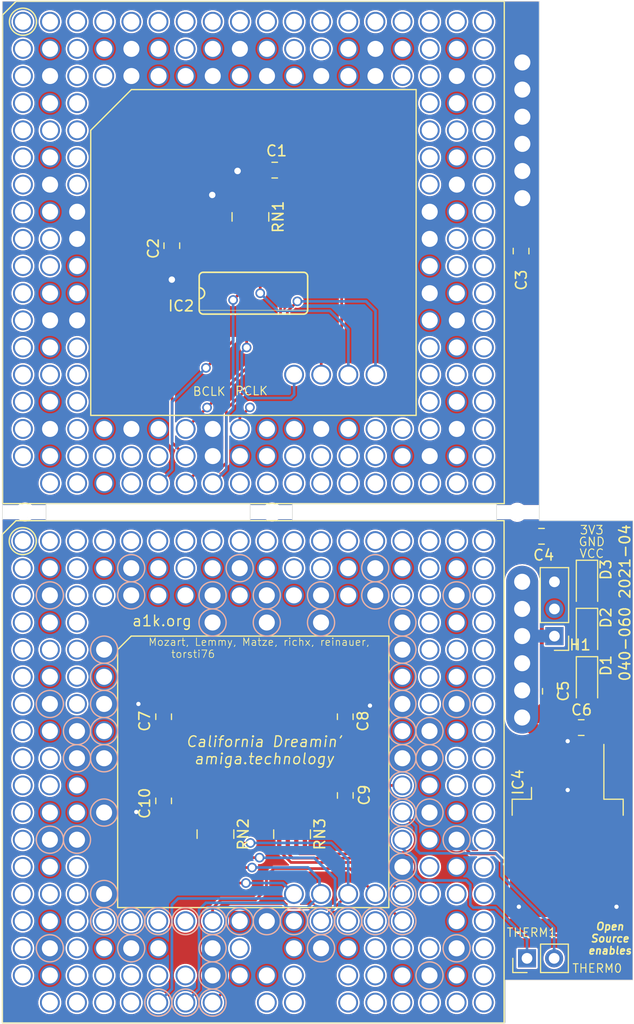
<source format=kicad_pcb>
(kicad_pcb (version 20171130) (host pcbnew 5.1.9)
  (layers (0 Top signal) (31 Bottom signal) (34 B.Paste user) (35 F.Paste user) (36 B.SilkS user) (37 F.SilkS user) (38 B.Mask user) (39 F.Mask user) (44 Edge.Cuts user))
  (net 0 "")
  (net 1 GND)
  (net 2 VCC)
  (net 3 40_RSTI)
  (net 4 N$1)
  (net 5 N$2)
  (net 6 N$3)
  (net 7 40_BCLK)
  (net 8 40_IPL2)
  (net 9 40_IPL1)
  (net 10 40_IPL0)
  (net 11 60_IPL2)
  (net 12 60_CLKEN)
  (net 13 60_IPL1)
  (net 14 60_IPL0)
  (net 15 +3V3)
  (net 16 TRA)
  (net 17 SNOOP)
  (net 18 BTT)
  (net 19 IPL2)
  (net 20 IPL1)
  (net 21 IPL0)
  (net 22 CLKEN)
  (net 23 CLA)
  (net 24 40_PCLK)
  (net 25 THERM0)
  (net 26 THERM1)
  (net 27 VCC2)
  (net 28 ND1)
  (net 29 ND2)
  (module MountingHole:MountingHole_2.1mm (layer Top) (at 159.8676 91.3638)
    (fp_text reference REF** hide)
    (fp_text value Hole_0.5mm hide)
    (pad "" np_thru_hole circle (at 0 0) (size 1.5 1.5) (drill 1.5) (layers *.Cu *.Mask))
  )
  (module MountingHole:MountingHole_2.1mm (layer Top) (at 136.906 91.3384)
    (fp_text reference REF** hide)
    (fp_text value Hole_0.5mm hide)
    (pad "" np_thru_hole circle (at 0 0) (size 1.5 1.5) (drill 1.5) (layers *.Cu *.Mask))
  )
  (module MountingHole:MountingHole_2.1mm (layer Top) (at 113.7666 91.3384)
    (fp_text reference REF** hide)
    (fp_text value Hole_0.5mm hide)
    (pad "" np_thru_hole circle (at 0 0) (size 1.5 1.5) (drill 1.5) (layers *.Cu *.Mask))
  )
  (module Package_TO_SOT_SMD:TO-263-3_TabPin2 (layer Top) (at 164.592 121.158 270)
    (fp_text reference IC4 (at -4.5466 4.6482 90) (layer F.SilkS))
    (fp_text value LMS1585-3.3)
    (pad 2 smd rect (at 3.375 0 270) (size 9.4 10.8) (layers Top F.Mask) (net 15 +3V3))
    (pad 3 smd rect (at -5.775 2.54 270) (size 4.6 1.1) (layers Top F.Paste F.Mask) (net 27 VCC2))
    (pad 2 smd rect (at -5.775 0 270) (size 4.6 1.1) (layers Top F.Paste F.Mask) (net 15 +3V3))
    (pad 1 smd rect (at -5.775 -2.54 270) (size 4.6 1.1) (layers Top F.Paste F.Mask) (net 1 GND))
  )
  (module Capacitor_SMD:C_0805_2012Metric_Pad1.18x1.45mm_HandSolder (layer Top) (at 160.227 66.926 270)
    (fp_text reference C3 (at 3.7876 -0.6058 270) (layer F.SilkS) (effects (justify left bottom)))
    (fp_text value 100n hide)
    (pad 2 smd roundrect (at 1.0375 0 270) (size 1.175 1.45) (layers Top F.Paste F.Mask) (roundrect_rratio 0.2127659574468085) (net 1 GND))
    (pad 1 smd roundrect (at -1.0375 0 270) (size 1.175 1.45) (layers Top F.Paste F.Mask) (roundrect_rratio 0.2127659574468085) (net 2 VCC))
  )
  (module Capacitor_SMD:C_0805_2012Metric_Pad1.18x1.45mm_HandSolder (layer Top) (at 162.14 93.61)
    (fp_text reference C4 (at -0.8754 2.3512) (layer F.SilkS) (effects (justify left bottom)))
    (fp_text value 10u hide)
    (pad 2 smd roundrect (at 1.0375 0) (size 1.175 1.45) (layers Top F.Paste F.Mask) (roundrect_rratio 0.2127659574468085) (net 1 GND))
    (pad 1 smd roundrect (at -1.0375 0) (size 1.175 1.45) (layers Top F.Paste F.Mask) (roundrect_rratio 0.2127659574468085) (net 15 +3V3))
  )
  (module Capacitor_SMD:C_0805_2012Metric_Pad1.18x1.45mm_HandSolder (layer Top) (at 165.862 111.506)
    (fp_text reference C6 (at -1.0414 -1.0668 180) (layer F.SilkS) (effects (justify left bottom)))
    (fp_text value 100n hide)
    (pad 2 smd roundrect (at 1.0375 0) (size 1.175 1.45) (layers Top F.Paste F.Mask) (roundrect_rratio 0.2127659574468085) (net 1 GND))
    (pad 1 smd roundrect (at -1.0375 0) (size 1.175 1.45) (layers Top F.Paste F.Mask) (roundrect_rratio 0.2127659574468085) (net 15 +3V3))
  )
  (module Capacitor_SMD:C_0805_2012Metric_Pad1.18x1.45mm_HandSolder (layer Top) (at 162.97088 108.11152 90)
    (fp_text reference C5 (at -1.05768 1.79892 270) (layer F.SilkS) (effects (justify left bottom)))
    (fp_text value 100n hide)
    (pad 2 smd roundrect (at 1.0375 0 90) (size 1.175 1.45) (layers Top F.Paste F.Mask) (roundrect_rratio 0.2127659574468085) (net 1 GND))
    (pad 1 smd roundrect (at -1.0375 0 90) (size 1.175 1.45) (layers Top F.Paste F.Mask) (roundrect_rratio 0.2127659574468085) (net 27 VCC2))
  )
  (module Capacitor_SMD:C_0805_2012Metric_Pad1.18x1.45mm_HandSolder (layer Top) (at 127.51345 66.421 90)
    (fp_text reference C2 (at 0.8128 -1.14845 270) (layer F.SilkS) (effects (justify right bottom)))
    (fp_text value 100n hide)
    (pad 2 smd roundrect (at 1.0375 0 90) (size 1.175 1.45) (layers Top F.Paste F.Mask) (roundrect_rratio 0.2127659574468085) (net 1 GND))
    (pad 1 smd roundrect (at -1.0375 0 90) (size 1.175 1.45) (layers Top F.Paste F.Mask) (roundrect_rratio 0.2127659574468085) (net 2 VCC))
  )
  (module Capacitor_SMD:C_0805_2012Metric_Pad1.18x1.45mm_HandSolder (layer Top) (at 137.1502 59.3522)
    (fp_text reference C1 (at -0.9046 -1.2192) (layer F.SilkS) (effects (justify left bottom)))
    (fp_text value 10u hide)
    (pad 2 smd roundrect (at 1.0375 0) (size 1.175 1.45) (layers Top F.Paste F.Mask) (roundrect_rratio 0.2127659574468085) (net 1 GND))
    (pad 1 smd roundrect (at -1.0375 0) (size 1.175 1.45) (layers Top F.Paste F.Mask) (roundrect_rratio 0.2127659574468085) (net 2 VCC))
  )
  (module Capacitor_SMD:C_0805_2012Metric_Pad1.18x1.45mm_HandSolder (layer Top) (at 126.746 118.364 90)
    (fp_text reference C10 (at 1.3208 -1.1938 270) (layer F.SilkS) (effects (justify right bottom)))
    (fp_text value 100n hide)
    (pad 2 smd roundrect (at 1.0375 0 90) (size 1.175 1.45) (layers Top F.Paste F.Mask) (roundrect_rratio 0.2127659574468085) (net 1 GND))
    (pad 1 smd roundrect (at -1.0375 0 90) (size 1.175 1.45) (layers Top F.Paste F.Mask) (roundrect_rratio 0.2127659574468085) (net 15 +3V3))
  )
  (module Capacitor_SMD:C_0805_2012Metric_Pad1.18x1.45mm_HandSolder (layer Top) (at 143.7568 110.49 270)
    (fp_text reference C8 (at -0.6604 -2.2424 270) (layer F.SilkS) (effects (justify right bottom)))
    (fp_text value 100n hide)
    (pad 2 smd roundrect (at 1.0375 0 270) (size 1.175 1.45) (layers Top F.Paste F.Mask) (roundrect_rratio 0.2127659574468085) (net 1 GND))
    (pad 1 smd roundrect (at -1.0375 0 270) (size 1.175 1.45) (layers Top F.Paste F.Mask) (roundrect_rratio 0.2127659574468085) (net 15 +3V3))
  )
  (module Capacitor_SMD:C_0805_2012Metric_Pad1.18x1.45mm_HandSolder (layer Top) (at 126.746 110.49 270)
    (fp_text reference C7 (at -0.6604 1.1938 270) (layer F.SilkS) (effects (justify right bottom)))
    (fp_text value 100n hide)
    (pad 2 smd roundrect (at 1.0375 0 270) (size 1.175 1.45) (layers Top F.Paste F.Mask) (roundrect_rratio 0.2127659574468085) (net 1 GND))
    (pad 1 smd roundrect (at -1.0375 0 270) (size 1.175 1.45) (layers Top F.Paste F.Mask) (roundrect_rratio 0.2127659574468085) (net 15 +3V3))
  )
  (module Capacitor_SMD:C_0805_2012Metric_Pad1.18x1.45mm_HandSolder (layer Top) (at 143.7604 117.856 90)
    (fp_text reference C9 (at -1.0414 2.3658 270) (layer F.SilkS) (effects (justify left bottom)))
    (fp_text value 100n hide)
    (pad 2 smd roundrect (at 1.0375 0 90) (size 1.175 1.45) (layers Top F.Paste F.Mask) (roundrect_rratio 0.2127659574468085) (net 1 GND))
    (pad 1 smd roundrect (at -1.0375 0 90) (size 1.175 1.45) (layers Top F.Paste F.Mask) (roundrect_rratio 0.2127659574468085) (net 15 +3V3))
  )
  (module combined3:4-PIN-1.4HOLES (layer Top) (at 134.1392 126.076 180)
    (fp_text reference U4$1 hide)
    (fp_text value 4POL hide)
    (pad P4$4 thru_hole circle (at -4.81 -1 180) (size 1.86 1.86) (drill 1.5) (layers *.Cu *.Mask) (net 19 IPL2))
    (pad P4$3 thru_hole circle (at -7.35 -1 180) (size 1.86 1.86) (drill 1.5) (layers *.Cu *.Mask) (net 20 IPL1))
    (pad P4$2 thru_hole circle (at -9.89 -1 180) (size 1.86 1.86) (drill 1.5) (layers *.Cu *.Mask) (net 21 IPL0))
    (pad P4$1 thru_hole circle (at -12.43 -1 180) (size 1.86 1.86) (drill 1.5) (layers *.Cu *.Mask) (net 22 CLKEN))
  )
  (module combined3:6-PIN-1.4HOLES (layer Top) (at 160.328 109.296 270)
    (fp_text reference U6$1 hide)
    (fp_text value 6POL hide)
    (pad P6$6 thru_hole circle (at 1.27 0 270) (size 1.86 1.86) (drill 1.5) (layers *.Cu *.Mask) (net 27 VCC2))
    (pad P6$5 thru_hole circle (at -1.27 0 270) (size 1.86 1.86) (drill 1.5) (layers *.Cu *.Mask) (net 27 VCC2))
    (pad P6$4 thru_hole circle (at -3.81 0 270) (size 1.86 1.86) (drill 1.5) (layers *.Cu *.Mask) (net 27 VCC2))
    (pad P6$3 thru_hole circle (at -6.35 0 270) (size 1.86 1.86) (drill 1.5) (layers *.Cu *.Mask) (net 27 VCC2))
    (pad P6$2 thru_hole circle (at -8.89 0 270) (size 1.86 1.86) (drill 1.5) (layers *.Cu *.Mask) (net 27 VCC2))
    (pad P6$1 thru_hole circle (at -11.43 0 270) (size 1.86 1.86) (drill 1.5) (layers *.Cu *.Mask) (net 27 VCC2))
  )
  (module combined3:4-PIN-1.4HOLES (layer Top) (at 134.1572 77.486 180)
    (fp_text reference U4$1 hide)
    (fp_text value 4POL hide)
    (pad P4$4 thru_hole circle (at -4.81 -1 180) (size 1.86 1.86) (drill 1.5) (layers *.Cu *.Mask) (net 11 60_IPL2))
    (pad P4$3 thru_hole circle (at -7.35 -1 180) (size 1.86 1.86) (drill 1.5) (layers *.Cu *.Mask) (net 13 60_IPL1))
    (pad P4$2 thru_hole circle (at -9.89 -1 180) (size 1.86 1.86) (drill 1.5) (layers *.Cu *.Mask) (net 14 60_IPL0))
    (pad P4$1 thru_hole circle (at -12.43 -1 180) (size 1.86 1.86) (drill 1.5) (layers *.Cu *.Mask) (net 12 60_CLKEN))
  )
  (module combined3:6-PIN-1.4HOLES (layer Top) (at 160.346 60.706 270)
    (fp_text reference U6$1 hide)
    (fp_text value 6POL hide)
    (pad P6$1 thru_hole circle (at -11.43 0 270) (size 1.86 1.86) (drill 1.5) (layers *.Cu *.Mask) (net 2 VCC))
    (pad P6$2 thru_hole circle (at -8.89 0 270) (size 1.86 1.86) (drill 1.5) (layers *.Cu *.Mask) (net 2 VCC))
    (pad P6$3 thru_hole circle (at -6.35 0 270) (size 1.86 1.86) (drill 1.5) (layers *.Cu *.Mask) (net 2 VCC))
    (pad P6$4 thru_hole circle (at -3.81 0 270) (size 1.86 1.86) (drill 1.5) (layers *.Cu *.Mask) (net 2 VCC))
    (pad P6$5 thru_hole circle (at -1.27 0 270) (size 1.86 1.86) (drill 1.5) (layers *.Cu *.Mask) (net 2 VCC))
    (pad P6$6 thru_hole circle (at 1.27 0 270) (size 1.86 1.86) (drill 1.5) (layers *.Cu *.Mask) (net 2 VCC))
  )
  (module Bot_68040_mk2a:PGA179_BIG (layer Top) (at 135.1572 67.056)
    (fp_text reference IC1 hide)
    (fp_text value "")
    (pad A01 thru_hole circle (at -21.59 -21.59) (size 1.86 1.86) (drill 1.5) (layers *.Cu *.Mask))
    (pad A02 thru_hole circle (at -19.05 -21.59) (size 1.86 1.86) (drill 1.5) (layers *.Cu *.Mask))
    (pad A03 thru_hole circle (at -16.51 -21.59) (size 1.86 1.86) (drill 1.5) (layers *.Cu *.Mask))
    (pad A04 thru_hole circle (at -13.97 -21.59) (size 1.86 1.86) (drill 1.5) (layers *.Cu *.Mask))
    (pad A05 thru_hole circle (at -11.43 -21.59) (size 1.86 1.86) (drill 1.5) (layers *.Cu *.Mask))
    (pad A06 thru_hole circle (at -8.89 -21.59) (size 1.86 1.86) (drill 1.5) (layers *.Cu *.Mask))
    (pad A07 thru_hole circle (at -6.35 -21.59) (size 1.86 1.86) (drill 1.5) (layers *.Cu *.Mask))
    (pad A08 thru_hole circle (at -3.81 -21.59) (size 1.86 1.86) (drill 1.5) (layers *.Cu *.Mask))
    (pad A09 thru_hole circle (at -1.27 -21.59) (size 1.86 1.86) (drill 1.5) (layers *.Cu *.Mask))
    (pad A10 thru_hole circle (at 1.27 -21.59) (size 1.86 1.86) (drill 1.5) (layers *.Cu *.Mask))
    (pad A11 thru_hole circle (at 3.81 -21.59) (size 1.86 1.86) (drill 1.5) (layers *.Cu *.Mask))
    (pad A12 thru_hole circle (at 6.35 -21.59) (size 1.86 1.86) (drill 1.5) (layers *.Cu *.Mask))
    (pad A13 thru_hole circle (at 8.89 -21.59) (size 1.86 1.86) (drill 1.5) (layers *.Cu *.Mask))
    (pad B13 thru_hole circle (at 8.89 -19.05) (size 1.86 1.86) (drill 1.5) (layers *.Cu *.Mask) (net 1 GND))
    (pad M01 thru_hole circle (at -21.59 6.35) (size 1.86 1.86) (drill 1.5) (layers *.Cu *.Mask))
    (pad L01 thru_hole circle (at -21.59 3.81) (size 1.86 1.86) (drill 1.5) (layers *.Cu *.Mask))
    (pad K01 thru_hole circle (at -21.59 1.27) (size 1.86 1.86) (drill 1.5) (layers *.Cu *.Mask))
    (pad J01 thru_hole circle (at -21.59 -1.27) (size 1.86 1.86) (drill 1.5) (layers *.Cu *.Mask))
    (pad H01 thru_hole circle (at -21.59 -3.81) (size 1.86 1.86) (drill 1.5) (layers *.Cu *.Mask))
    (pad G01 thru_hole circle (at -21.59 -6.35) (size 1.86 1.86) (drill 1.5) (layers *.Cu *.Mask))
    (pad F01 thru_hole circle (at -21.59 -8.89) (size 1.86 1.86) (drill 1.5) (layers *.Cu *.Mask))
    (pad E01 thru_hole circle (at -21.59 -11.43) (size 1.86 1.86) (drill 1.5) (layers *.Cu *.Mask))
    (pad D01 thru_hole circle (at -21.59 -13.97) (size 1.86 1.86) (drill 1.5) (layers *.Cu *.Mask))
    (pad B01 thru_hole circle (at -21.59 -19.05) (size 1.86 1.86) (drill 1.5) (layers *.Cu *.Mask))
    (pad B02 thru_hole circle (at -19.05 -19.05) (size 1.86 1.86) (drill 1.5) (layers *.Cu *.Mask) (net 1 GND))
    (pad B03 thru_hole circle (at -16.51 -19.05) (size 1.86 1.86) (drill 1.5) (layers *.Cu *.Mask))
    (pad B04 thru_hole circle (at -13.97 -19.05) (size 1.86 1.86) (drill 1.5) (layers *.Cu *.Mask) (net 1 GND))
    (pad B05 thru_hole circle (at -11.43 -19.05) (size 1.86 1.86) (drill 1.5) (layers *.Cu *.Mask) (net 2 VCC))
    (pad B06 thru_hole circle (at -8.89 -19.05) (size 1.86 1.86) (drill 1.5) (layers *.Cu *.Mask) (net 1 GND))
    (pad B07 thru_hole circle (at -6.35 -19.05) (size 1.86 1.86) (drill 1.5) (layers *.Cu *.Mask))
    (pad B08 thru_hole circle (at -3.81 -19.05) (size 1.86 1.86) (drill 1.5) (layers *.Cu *.Mask) (net 1 GND))
    (pad B09 thru_hole circle (at -1.27 -19.05) (size 1.86 1.86) (drill 1.5) (layers *.Cu *.Mask) (net 2 VCC))
    (pad B10 thru_hole circle (at 1.27 -19.05) (size 1.86 1.86) (drill 1.5) (layers *.Cu *.Mask) (net 1 GND))
    (pad B11 thru_hole circle (at 3.81 -19.05) (size 1.86 1.86) (drill 1.5) (layers *.Cu *.Mask))
    (pad B12 thru_hole circle (at 6.35 -19.05) (size 1.86 1.86) (drill 1.5) (layers *.Cu *.Mask))
    (pad R13 thru_hole circle (at 8.89 16.51) (size 1.86 1.86) (drill 1.5) (layers *.Cu *.Mask) (net 1 GND))
    (pad S13 thru_hole circle (at 8.89 19.05) (size 1.86 1.86) (drill 1.5) (layers *.Cu *.Mask))
    (pad M02 thru_hole circle (at -19.05 6.35) (size 1.86 1.86) (drill 1.5) (layers *.Cu *.Mask) (net 2 VCC))
    (pad L02 thru_hole circle (at -19.05 3.81) (size 1.86 1.86) (drill 1.5) (layers *.Cu *.Mask) (net 1 GND))
    (pad K02 thru_hole circle (at -19.05 1.27) (size 1.86 1.86) (drill 1.5) (layers *.Cu *.Mask))
    (pad J02 thru_hole circle (at -19.05 -1.27) (size 1.86 1.86) (drill 1.5) (layers *.Cu *.Mask))
    (pad H02 thru_hole circle (at -19.05 -3.81) (size 1.86 1.86) (drill 1.5) (layers *.Cu *.Mask) (net 1 GND))
    (pad G02 thru_hole circle (at -19.05 -6.35) (size 1.86 1.86) (drill 1.5) (layers *.Cu *.Mask) (net 2 VCC))
    (pad F02 thru_hole circle (at -19.05 -8.89) (size 1.86 1.86) (drill 1.5) (layers *.Cu *.Mask) (net 1 GND))
    (pad E02 thru_hole circle (at -19.05 -11.43) (size 1.86 1.86) (drill 1.5) (layers *.Cu *.Mask))
    (pad D02 thru_hole circle (at -19.05 -13.97) (size 1.86 1.86) (drill 1.5) (layers *.Cu *.Mask) (net 1 GND))
    (pad N02 thru_hole circle (at -19.05 8.89) (size 1.86 1.86) (drill 1.5) (layers *.Cu *.Mask) (net 1 GND))
    (pad T13 thru_hole circle (at 8.89 21.59) (size 1.86 1.86) (drill 1.5) (layers *.Cu *.Mask))
    (pad T12 thru_hole circle (at 6.35 21.59) (size 1.86 1.86) (drill 1.5) (layers *.Cu *.Mask))
    (pad T11 thru_hole circle (at 3.81 21.59) (size 1.86 1.86) (drill 1.5) (layers *.Cu *.Mask))
    (pad T10 thru_hole circle (at 1.27 21.59) (size 1.86 1.86) (drill 1.5) (layers *.Cu *.Mask))
    (pad T09 thru_hole circle (at -1.27 21.59) (size 1.86 1.86) (drill 1.5) (layers *.Cu *.Mask))
    (pad T08 thru_hole circle (at -3.81 21.59) (size 1.86 1.86) (drill 1.5) (layers *.Cu *.Mask) (net 10 40_IPL0))
    (pad T07 thru_hole circle (at -6.35 21.59) (size 1.86 1.86) (drill 1.5) (layers *.Cu *.Mask) (net 9 40_IPL1))
    (pad T06 thru_hole circle (at -8.89 21.59) (size 1.86 1.86) (drill 1.5) (layers *.Cu *.Mask) (net 8 40_IPL2))
    (pad T05 thru_hole circle (at -11.43 21.59) (size 1.86 1.86) (drill 1.5) (layers *.Cu *.Mask))
    (pad T04 thru_hole circle (at -13.97 21.59) (size 1.86 1.86) (drill 1.5) (layers *.Cu *.Mask) (net 1 GND))
    (pad N03 thru_hole circle (at -16.51 8.89) (size 1.86 1.86) (drill 1.5) (layers *.Cu *.Mask))
    (pad C13 thru_hole circle (at 8.89 -16.51) (size 1.86 1.86) (drill 1.5) (layers *.Cu *.Mask) (net 1 GND))
    (pad C01 thru_hole circle (at -21.59 -16.51) (size 1.86 1.86) (drill 1.5) (layers *.Cu *.Mask))
    (pad C12 thru_hole circle (at 6.35 -16.51) (size 1.86 1.86) (drill 1.5) (layers *.Cu *.Mask) (net 2 VCC))
    (pad C11 thru_hole circle (at 3.81 -16.51) (size 1.86 1.86) (drill 1.5) (layers *.Cu *.Mask) (net 1 GND))
    (pad C10 thru_hole circle (at 1.27 -16.51) (size 1.86 1.86) (drill 1.5) (layers *.Cu *.Mask) (net 2 VCC))
    (pad C09 thru_hole circle (at -1.27 -16.51) (size 1.86 1.86) (drill 1.5) (layers *.Cu *.Mask) (net 1 GND))
    (pad C08 thru_hole circle (at -3.81 -16.51) (size 1.86 1.86) (drill 1.5) (layers *.Cu *.Mask) (net 2 VCC))
    (pad C07 thru_hole circle (at -6.35 -16.51) (size 1.86 1.86) (drill 1.5) (layers *.Cu *.Mask) (net 1 GND))
    (pad C06 thru_hole circle (at -8.89 -16.51) (size 1.86 1.86) (drill 1.5) (layers *.Cu *.Mask) (net 1 GND))
    (pad C05 thru_hole circle (at -11.43 -16.51) (size 1.86 1.86) (drill 1.5) (layers *.Cu *.Mask) (net 2 VCC))
    (pad C04 thru_hole circle (at -13.97 -16.51) (size 1.86 1.86) (drill 1.5) (layers *.Cu *.Mask))
    (pad C03 thru_hole circle (at -16.51 -16.51) (size 1.86 1.86) (drill 1.5) (layers *.Cu *.Mask))
    (pad C02 thru_hole circle (at -19.05 -16.51) (size 1.86 1.86) (drill 1.5) (layers *.Cu *.Mask) (net 2 VCC))
    (pad N01 thru_hole circle (at -21.59 8.89) (size 1.86 1.86) (drill 1.5) (layers *.Cu *.Mask))
    (pad M03 thru_hole circle (at -16.51 6.35) (size 1.86 1.86) (drill 1.5) (layers *.Cu *.Mask) (net 2 VCC))
    (pad L03 thru_hole circle (at -16.51 3.81) (size 1.86 1.86) (drill 1.5) (layers *.Cu *.Mask) (net 1 GND))
    (pad K03 thru_hole circle (at -16.51 1.27) (size 1.86 1.86) (drill 1.5) (layers *.Cu *.Mask) (net 1 GND))
    (pad J03 thru_hole circle (at -16.51 -1.27) (size 1.86 1.86) (drill 1.5) (layers *.Cu *.Mask) (net 2 VCC))
    (pad H03 thru_hole circle (at -16.51 -3.81) (size 1.86 1.86) (drill 1.5) (layers *.Cu *.Mask) (net 2 VCC))
    (pad G03 thru_hole circle (at -16.51 -6.35) (size 1.86 1.86) (drill 1.5) (layers *.Cu *.Mask))
    (pad F03 thru_hole circle (at -16.51 -8.89) (size 1.86 1.86) (drill 1.5) (layers *.Cu *.Mask))
    (pad E03 thru_hole circle (at -16.51 -11.43) (size 1.86 1.86) (drill 1.5) (layers *.Cu *.Mask))
    (pad D03 thru_hole circle (at -16.51 -13.97) (size 1.86 1.86) (drill 1.5) (layers *.Cu *.Mask))
    (pad S12 thru_hole circle (at 6.35 19.05) (size 1.86 1.86) (drill 1.5) (layers *.Cu *.Mask))
    (pad R12 thru_hole circle (at 6.35 16.51) (size 1.86 1.86) (drill 1.5) (layers *.Cu *.Mask) (net 2 VCC))
    (pad S04 thru_hole circle (at -13.97 19.05) (size 1.86 1.86) (drill 1.5) (layers *.Cu *.Mask))
    (pad S05 thru_hole circle (at -11.43 19.05) (size 1.86 1.86) (drill 1.5) (layers *.Cu *.Mask))
    (pad S06 thru_hole circle (at -8.89 19.05) (size 1.86 1.86) (drill 1.5) (layers *.Cu *.Mask))
    (pad S07 thru_hole circle (at -6.35 19.05) (size 1.86 1.86) (drill 1.5) (layers *.Cu *.Mask) (net 3 40_RSTI))
    (pad S08 thru_hole circle (at -3.81 19.05) (size 1.86 1.86) (drill 1.5) (layers *.Cu *.Mask) (net 2 VCC))
    (pad S09 thru_hole circle (at -1.27 19.05) (size 1.86 1.86) (drill 1.5) (layers *.Cu *.Mask) (net 1 GND))
    (pad S10 thru_hole circle (at 1.27 19.05) (size 1.86 1.86) (drill 1.5) (layers *.Cu *.Mask) (net 1 GND))
    (pad S11 thru_hole circle (at 3.81 19.05) (size 1.86 1.86) (drill 1.5) (layers *.Cu *.Mask))
    (pad R11 thru_hole circle (at 3.81 16.51) (size 1.86 1.86) (drill 1.5) (layers *.Cu *.Mask) (net 1 GND))
    (pad R10 thru_hole circle (at 1.27 16.51) (size 1.86 1.86) (drill 1.5) (layers *.Cu *.Mask) (net 1 GND))
    (pad R09 thru_hole circle (at -1.27 16.51) (size 1.86 1.86) (drill 1.5) (layers *.Cu *.Mask) (net 24 40_PCLK))
    (pad R08 thru_hole circle (at -3.81 16.51) (size 1.86 1.86) (drill 1.5) (layers *.Cu *.Mask) (net 2 VCC))
    (pad R07 thru_hole circle (at -6.35 16.51) (size 1.86 1.86) (drill 1.5) (layers *.Cu *.Mask) (net 7 40_BCLK))
    (pad R06 thru_hole circle (at -8.89 16.51) (size 1.86 1.86) (drill 1.5) (layers *.Cu *.Mask) (net 1 GND))
    (pad R05 thru_hole circle (at -11.43 16.51) (size 1.86 1.86) (drill 1.5) (layers *.Cu *.Mask) (net 2 VCC))
    (pad R04 thru_hole circle (at -13.97 16.51) (size 1.86 1.86) (drill 1.5) (layers *.Cu *.Mask) (net 1 GND))
    (pad P01 thru_hole circle (at -21.59 11.43) (size 1.86 1.86) (drill 1.5) (layers *.Cu *.Mask))
    (pad Q01 thru_hole circle (at -21.59 13.97) (size 1.86 1.86) (drill 1.5) (layers *.Cu *.Mask))
    (pad R01 thru_hole circle (at -21.59 16.51) (size 1.86 1.86) (drill 1.5) (layers *.Cu *.Mask))
    (pad S01 thru_hole circle (at -21.59 19.05) (size 1.86 1.86) (drill 1.5) (layers *.Cu *.Mask))
    (pad A14 thru_hole circle (at 11.43 -21.59) (size 1.86 1.86) (drill 1.5) (layers *.Cu *.Mask))
    (pad A15 thru_hole circle (at 13.97 -21.59) (size 1.86 1.86) (drill 1.5) (layers *.Cu *.Mask))
    (pad A16 thru_hole circle (at 16.51 -21.59) (size 1.86 1.86) (drill 1.5) (layers *.Cu *.Mask))
    (pad A17 thru_hole circle (at 19.05 -21.59) (size 1.86 1.86) (drill 1.5) (layers *.Cu *.Mask))
    (pad P02 thru_hole circle (at -19.05 11.43) (size 1.86 1.86) (drill 1.5) (layers *.Cu *.Mask))
    (pad P03 thru_hole circle (at -16.51 11.43) (size 1.86 1.86) (drill 1.5) (layers *.Cu *.Mask))
    (pad Q02 thru_hole circle (at -19.05 13.97) (size 1.86 1.86) (drill 1.5) (layers *.Cu *.Mask) (net 1 GND))
    (pad Q03 thru_hole circle (at -16.51 13.97) (size 1.86 1.86) (drill 1.5) (layers *.Cu *.Mask))
    (pad R03 thru_hole circle (at -16.51 16.51) (size 1.86 1.86) (drill 1.5) (layers *.Cu *.Mask))
    (pad S03 thru_hole circle (at -16.51 19.05) (size 1.86 1.86) (drill 1.5) (layers *.Cu *.Mask))
    (pad T03 thru_hole circle (at -16.51 21.59) (size 1.86 1.86) (drill 1.5) (layers *.Cu *.Mask))
    (pad T02 thru_hole circle (at -19.05 21.59) (size 1.86 1.86) (drill 1.5) (layers *.Cu *.Mask))
    (pad S02 thru_hole circle (at -19.05 19.05) (size 1.86 1.86) (drill 1.5) (layers *.Cu *.Mask) (net 1 GND))
    (pad R02 thru_hole circle (at -19.05 16.51) (size 1.86 1.86) (drill 1.5) (layers *.Cu *.Mask) (net 2 VCC))
    (pad B14 thru_hole circle (at 11.43 -19.05) (size 1.86 1.86) (drill 1.5) (layers *.Cu *.Mask) (net 2 VCC))
    (pad C14 thru_hole circle (at 11.43 -16.51) (size 1.86 1.86) (drill 1.5) (layers *.Cu *.Mask) (net 2 VCC))
    (pad B15 thru_hole circle (at 13.97 -19.05) (size 1.86 1.86) (drill 1.5) (layers *.Cu *.Mask) (net 1 GND))
    (pad C15 thru_hole circle (at 13.97 -16.51) (size 1.86 1.86) (drill 1.5) (layers *.Cu *.Mask))
    (pad B16 thru_hole circle (at 16.51 -19.05) (size 1.86 1.86) (drill 1.5) (layers *.Cu *.Mask))
    (pad C16 thru_hole circle (at 16.51 -16.51) (size 1.86 1.86) (drill 1.5) (layers *.Cu *.Mask))
    (pad B17 thru_hole circle (at 19.05 -19.05) (size 1.86 1.86) (drill 1.5) (layers *.Cu *.Mask) (net 1 GND))
    (pad C17 thru_hole circle (at 19.05 -16.51) (size 1.86 1.86) (drill 1.5) (layers *.Cu *.Mask) (net 2 VCC))
    (pad B18 thru_hole circle (at 21.59 -19.05) (size 1.86 1.86) (drill 1.5) (layers *.Cu *.Mask))
    (pad C18 thru_hole circle (at 21.59 -16.51) (size 1.86 1.86) (drill 1.5) (layers *.Cu *.Mask))
    (pad D16 thru_hole circle (at 16.51 -13.97) (size 1.86 1.86) (drill 1.5) (layers *.Cu *.Mask))
    (pad D17 thru_hole circle (at 19.05 -13.97) (size 1.86 1.86) (drill 1.5) (layers *.Cu *.Mask) (net 1 GND))
    (pad D18 thru_hole circle (at 21.59 -13.97) (size 1.86 1.86) (drill 1.5) (layers *.Cu *.Mask))
    (pad E16 thru_hole circle (at 16.51 -11.43) (size 1.86 1.86) (drill 1.5) (layers *.Cu *.Mask))
    (pad E17 thru_hole circle (at 19.05 -11.43) (size 1.86 1.86) (drill 1.5) (layers *.Cu *.Mask))
    (pad E18 thru_hole circle (at 21.59 -11.43) (size 1.86 1.86) (drill 1.5) (layers *.Cu *.Mask))
    (pad F16 thru_hole circle (at 16.51 -8.89) (size 1.86 1.86) (drill 1.5) (layers *.Cu *.Mask))
    (pad F17 thru_hole circle (at 19.05 -8.89) (size 1.86 1.86) (drill 1.5) (layers *.Cu *.Mask) (net 1 GND))
    (pad F18 thru_hole circle (at 21.59 -8.89) (size 1.86 1.86) (drill 1.5) (layers *.Cu *.Mask))
    (pad G16 thru_hole circle (at 16.51 -6.35) (size 1.86 1.86) (drill 1.5) (layers *.Cu *.Mask))
    (pad H16 thru_hole circle (at 16.51 -3.81) (size 1.86 1.86) (drill 1.5) (layers *.Cu *.Mask) (net 2 VCC))
    (pad J16 thru_hole circle (at 16.51 -1.27) (size 1.86 1.86) (drill 1.5) (layers *.Cu *.Mask) (net 2 VCC))
    (pad K16 thru_hole circle (at 16.51 1.27) (size 1.86 1.86) (drill 1.5) (layers *.Cu *.Mask) (net 1 GND))
    (pad L16 thru_hole circle (at 16.51 3.81) (size 1.86 1.86) (drill 1.5) (layers *.Cu *.Mask) (net 2 VCC))
    (pad M16 thru_hole circle (at 16.51 6.35) (size 1.86 1.86) (drill 1.5) (layers *.Cu *.Mask) (net 1 GND))
    (pad N16 thru_hole circle (at 16.51 8.89) (size 1.86 1.86) (drill 1.5) (layers *.Cu *.Mask))
    (pad P16 thru_hole circle (at 16.51 11.43) (size 1.86 1.86) (drill 1.5) (layers *.Cu *.Mask))
    (pad Q16 thru_hole circle (at 16.51 13.97) (size 1.86 1.86) (drill 1.5) (layers *.Cu *.Mask))
    (pad R16 thru_hole circle (at 16.51 16.51) (size 1.86 1.86) (drill 1.5) (layers *.Cu *.Mask))
    (pad S16 thru_hole circle (at 16.51 19.05) (size 1.86 1.86) (drill 1.5) (layers *.Cu *.Mask) (net 2 VCC))
    (pad T16 thru_hole circle (at 16.51 21.59) (size 1.86 1.86) (drill 1.5) (layers *.Cu *.Mask))
    (pad T17 thru_hole circle (at 19.05 21.59) (size 1.86 1.86) (drill 1.5) (layers *.Cu *.Mask))
    (pad S17 thru_hole circle (at 19.05 19.05) (size 1.86 1.86) (drill 1.5) (layers *.Cu *.Mask) (net 1 GND))
    (pad R17 thru_hole circle (at 19.05 16.51) (size 1.86 1.86) (drill 1.5) (layers *.Cu *.Mask) (net 2 VCC))
    (pad Q17 thru_hole circle (at 19.05 13.97) (size 1.86 1.86) (drill 1.5) (layers *.Cu *.Mask) (net 1 GND))
    (pad P17 thru_hole circle (at 19.05 11.43) (size 1.86 1.86) (drill 1.5) (layers *.Cu *.Mask))
    (pad N17 thru_hole circle (at 19.05 8.89) (size 1.86 1.86) (drill 1.5) (layers *.Cu *.Mask) (net 1 GND))
    (pad M17 thru_hole circle (at 19.05 6.35) (size 1.86 1.86) (drill 1.5) (layers *.Cu *.Mask) (net 2 VCC))
    (pad L17 thru_hole circle (at 19.05 3.81) (size 1.86 1.86) (drill 1.5) (layers *.Cu *.Mask) (net 1 GND))
    (pad K17 thru_hole circle (at 19.05 1.27) (size 1.86 1.86) (drill 1.5) (layers *.Cu *.Mask))
    (pad J17 thru_hole circle (at 19.05 -1.27) (size 1.86 1.86) (drill 1.5) (layers *.Cu *.Mask))
    (pad H17 thru_hole circle (at 19.05 -3.81) (size 1.86 1.86) (drill 1.5) (layers *.Cu *.Mask) (net 1 GND))
    (pad G17 thru_hole circle (at 19.05 -6.35) (size 1.86 1.86) (drill 1.5) (layers *.Cu *.Mask) (net 2 VCC))
    (pad G18 thru_hole circle (at 21.59 -6.35) (size 1.86 1.86) (drill 1.5) (layers *.Cu *.Mask))
    (pad H18 thru_hole circle (at 21.59 -3.81) (size 1.86 1.86) (drill 1.5) (layers *.Cu *.Mask))
    (pad J18 thru_hole circle (at 21.59 -1.27) (size 1.86 1.86) (drill 1.5) (layers *.Cu *.Mask))
    (pad K18 thru_hole circle (at 21.59 1.27) (size 1.86 1.86) (drill 1.5) (layers *.Cu *.Mask))
    (pad L18 thru_hole circle (at 21.59 3.81) (size 1.86 1.86) (drill 1.5) (layers *.Cu *.Mask))
    (pad M18 thru_hole circle (at 21.59 6.35) (size 1.86 1.86) (drill 1.5) (layers *.Cu *.Mask))
    (pad N18 thru_hole circle (at 21.59 8.89) (size 1.86 1.86) (drill 1.5) (layers *.Cu *.Mask))
    (pad P18 thru_hole circle (at 21.59 11.43) (size 1.86 1.86) (drill 1.5) (layers *.Cu *.Mask))
    (pad Q18 thru_hole circle (at 21.59 13.97) (size 1.86 1.86) (drill 1.5) (layers *.Cu *.Mask))
    (pad R18 thru_hole circle (at 21.59 16.51) (size 1.86 1.86) (drill 1.5) (layers *.Cu *.Mask))
    (pad S18 thru_hole circle (at 21.59 19.05) (size 1.86 1.86) (drill 1.5) (layers *.Cu *.Mask))
    (pad R14 thru_hole circle (at 11.43 16.51) (size 1.86 1.86) (drill 1.5) (layers *.Cu *.Mask))
    (pad R15 thru_hole circle (at 13.97 16.51) (size 1.86 1.86) (drill 1.5) (layers *.Cu *.Mask))
    (pad S15 thru_hole circle (at 13.97 19.05) (size 1.86 1.86) (drill 1.5) (layers *.Cu *.Mask) (net 1 GND))
    (pad T15 thru_hole circle (at 13.97 21.59) (size 1.86 1.86) (drill 1.5) (layers *.Cu *.Mask))
    (pad T14 thru_hole circle (at 11.43 21.59) (size 1.86 1.86) (drill 1.5) (layers *.Cu *.Mask))
    (pad S14 thru_hole circle (at 11.43 19.05) (size 1.86 1.86) (drill 1.5) (layers *.Cu *.Mask))
    (pad T18 thru_hole circle (at 21.59 21.59) (size 1.86 1.86) (drill 1.5) (layers *.Cu *.Mask))
    (pad A18 thru_hole circle (at 21.59 -21.59) (size 1.86 1.86) (drill 1.5) (layers *.Cu *.Mask))
  )
  (module Top_68060_mk2a:PGA206_BIG (layer Top) (at 135.1392 115.646)
    (fp_text reference IC3 hide)
    (fp_text value MC68060RCPGA_BIG hide)
    (pad P04 thru_hole circle (at -13.97 11.43) (size 1.86 1.86) (drill 1.5) (layers *.Cu *.Mask) (net 15 +3V3))
    (pad P15 thru_hole circle (at 13.97 11.43) (size 1.86 1.86) (drill 1.5) (layers *.Cu *.Mask) (net 17 SNOOP))
    (pad N15 thru_hole circle (at 13.97 8.89) (size 1.86 1.86) (drill 1.5) (layers *.Cu *.Mask) (net 15 +3V3))
    (pad M15 thru_hole circle (at 13.97 6.35) (size 1.86 1.86) (drill 1.5) (layers *.Cu *.Mask) (net 26 THERM1))
    (pad L15 thru_hole circle (at 13.97 3.81) (size 1.86 1.86) (drill 1.5) (layers *.Cu *.Mask) (net 25 THERM0))
    (pad K15 thru_hole circle (at 13.97 1.27) (size 1.86 1.86) (drill 1.5) (layers *.Cu *.Mask) (net 23 CLA))
    (pad J15 thru_hole circle (at 13.97 -1.27) (size 1.86 1.86) (drill 1.5) (layers *.Cu *.Mask) (net 15 +3V3))
    (pad H15 thru_hole circle (at 13.97 -3.81) (size 1.86 1.86) (drill 1.5) (layers *.Cu *.Mask) (net 1 GND))
    (pad G15 thru_hole circle (at 13.97 -6.35) (size 1.86 1.86) (drill 1.5) (layers *.Cu *.Mask) (net 15 +3V3))
    (pad F15 thru_hole circle (at 13.97 -8.89) (size 1.86 1.86) (drill 1.5) (layers *.Cu *.Mask) (net 1 GND))
    (pad E15 thru_hole circle (at 13.97 -11.43) (size 1.86 1.86) (drill 1.5) (layers *.Cu *.Mask) (net 15 +3V3))
    (pad Q15 thru_hole circle (at 13.97 13.97) (size 1.86 1.86) (drill 1.5) (layers *.Cu *.Mask) (net 18 BTT))
    (pad Q14 thru_hole circle (at 11.43 13.97) (size 1.86 1.86) (drill 1.5) (layers *.Cu *.Mask))
    (pad Q13 thru_hole circle (at 8.89 13.97) (size 1.86 1.86) (drill 1.5) (layers *.Cu *.Mask))
    (pad Q12 thru_hole circle (at 6.35 13.97) (size 1.86 1.86) (drill 1.5) (layers *.Cu *.Mask) (net 16 TRA))
    (pad Q11 thru_hole circle (at 3.81 13.97) (size 1.86 1.86) (drill 1.5) (layers *.Cu *.Mask) (net 1 GND))
    (pad Q10 thru_hole circle (at 1.27 13.97) (size 1.86 1.86) (drill 1.5) (layers *.Cu *.Mask) (net 15 +3V3))
    (pad Q09 thru_hole circle (at -1.27 13.97) (size 1.86 1.86) (drill 1.5) (layers *.Cu *.Mask) (net 1 GND))
    (pad Q08 thru_hole circle (at -3.81 13.97) (size 1.86 1.86) (drill 1.5) (layers *.Cu *.Mask) (net 22 CLKEN))
    (pad Q07 thru_hole circle (at -6.35 13.97) (size 1.86 1.86) (drill 1.5) (layers *.Cu *.Mask))
    (pad Q06 thru_hole circle (at -8.89 13.97) (size 1.86 1.86) (drill 1.5) (layers *.Cu *.Mask))
    (pad Q05 thru_hole circle (at -11.43 13.97) (size 1.86 1.86) (drill 1.5) (layers *.Cu *.Mask))
    (pad Q04 thru_hole circle (at -13.97 13.97) (size 1.86 1.86) (drill 1.5) (layers *.Cu *.Mask))
    (pad L04 thru_hole circle (at -13.97 3.81) (size 1.86 1.86) (drill 1.5) (layers *.Cu *.Mask) (net 15 +3V3))
    (pad J04 thru_hole circle (at -13.97 -1.27) (size 1.86 1.86) (drill 1.5) (layers *.Cu *.Mask) (net 15 +3V3))
    (pad H04 thru_hole circle (at -13.97 -3.81) (size 1.86 1.86) (drill 1.5) (layers *.Cu *.Mask) (net 1 GND))
    (pad G04 thru_hole circle (at -13.97 -6.35) (size 1.86 1.86) (drill 1.5) (layers *.Cu *.Mask) (net 15 +3V3))
    (pad F04 thru_hole circle (at -13.97 -8.89) (size 1.86 1.86) (drill 1.5) (layers *.Cu *.Mask) (net 1 GND))
    (pad E04 thru_hole circle (at -13.97 -11.43) (size 1.86 1.86) (drill 1.5) (layers *.Cu *.Mask) (net 15 +3V3))
    (pad D15 thru_hole circle (at 13.97 -13.97) (size 1.86 1.86) (drill 1.5) (layers *.Cu *.Mask) (net 15 +3V3))
    (pad D12 thru_hole circle (at 6.35 -13.97) (size 1.86 1.86) (drill 1.5) (layers *.Cu *.Mask) (net 15 +3V3))
    (pad D10 thru_hole circle (at 1.27 -13.97) (size 1.86 1.86) (drill 1.5) (layers *.Cu *.Mask) (net 15 +3V3))
    (pad D08 thru_hole circle (at -3.81 -13.97) (size 1.86 1.86) (drill 1.5) (layers *.Cu *.Mask) (net 15 +3V3))
    (pad A18 thru_hole circle (at 21.59 -21.59) (size 1.86 1.86) (drill 1.5) (layers *.Cu *.Mask))
    (pad T18 thru_hole circle (at 21.59 21.59) (size 1.86 1.86) (drill 1.5) (layers *.Cu *.Mask))
    (pad S14 thru_hole circle (at 11.43 19.05) (size 1.86 1.86) (drill 1.5) (layers *.Cu *.Mask))
    (pad T14 thru_hole circle (at 11.43 21.59) (size 1.86 1.86) (drill 1.5) (layers *.Cu *.Mask))
    (pad T15 thru_hole circle (at 13.97 21.59) (size 1.86 1.86) (drill 1.5) (layers *.Cu *.Mask))
    (pad S15 thru_hole circle (at 13.97 19.05) (size 1.86 1.86) (drill 1.5) (layers *.Cu *.Mask) (net 1 GND))
    (pad R15 thru_hole circle (at 13.97 16.51) (size 1.86 1.86) (drill 1.5) (layers *.Cu *.Mask))
    (pad R14 thru_hole circle (at 11.43 16.51) (size 1.86 1.86) (drill 1.5) (layers *.Cu *.Mask))
    (pad S18 thru_hole circle (at 21.59 19.05) (size 1.86 1.86) (drill 1.5) (layers *.Cu *.Mask))
    (pad R18 thru_hole circle (at 21.59 16.51) (size 1.86 1.86) (drill 1.5) (layers *.Cu *.Mask))
    (pad Q18 thru_hole circle (at 21.59 13.97) (size 1.86 1.86) (drill 1.5) (layers *.Cu *.Mask))
    (pad P18 thru_hole circle (at 21.59 11.43) (size 1.86 1.86) (drill 1.5) (layers *.Cu *.Mask))
    (pad N18 thru_hole circle (at 21.59 8.89) (size 1.86 1.86) (drill 1.5) (layers *.Cu *.Mask))
    (pad M18 thru_hole circle (at 21.59 6.35) (size 1.86 1.86) (drill 1.5) (layers *.Cu *.Mask))
    (pad L18 thru_hole circle (at 21.59 3.81) (size 1.86 1.86) (drill 1.5) (layers *.Cu *.Mask))
    (pad K18 thru_hole circle (at 21.59 1.27) (size 1.86 1.86) (drill 1.5) (layers *.Cu *.Mask))
    (pad J18 thru_hole circle (at 21.59 -1.27) (size 1.86 1.86) (drill 1.5) (layers *.Cu *.Mask))
    (pad H18 thru_hole circle (at 21.59 -3.81) (size 1.86 1.86) (drill 1.5) (layers *.Cu *.Mask))
    (pad G18 thru_hole circle (at 21.59 -6.35) (size 1.86 1.86) (drill 1.5) (layers *.Cu *.Mask))
    (pad G17 thru_hole circle (at 19.05 -6.35) (size 1.86 1.86) (drill 1.5) (layers *.Cu *.Mask) (net 15 +3V3))
    (pad H17 thru_hole circle (at 19.05 -3.81) (size 1.86 1.86) (drill 1.5) (layers *.Cu *.Mask) (net 1 GND))
    (pad J17 thru_hole circle (at 19.05 -1.27) (size 1.86 1.86) (drill 1.5) (layers *.Cu *.Mask))
    (pad K17 thru_hole circle (at 19.05 1.27) (size 1.86 1.86) (drill 1.5) (layers *.Cu *.Mask))
    (pad L17 thru_hole circle (at 19.05 3.81) (size 1.86 1.86) (drill 1.5) (layers *.Cu *.Mask) (net 1 GND))
    (pad M17 thru_hole circle (at 19.05 6.35) (size 1.86 1.86) (drill 1.5) (layers *.Cu *.Mask) (net 15 +3V3))
    (pad N17 thru_hole circle (at 19.05 8.89) (size 1.86 1.86) (drill 1.5) (layers *.Cu *.Mask) (net 1 GND))
    (pad P17 thru_hole circle (at 19.05 11.43) (size 1.86 1.86) (drill 1.5) (layers *.Cu *.Mask))
    (pad Q17 thru_hole circle (at 19.05 13.97) (size 1.86 1.86) (drill 1.5) (layers *.Cu *.Mask) (net 1 GND))
    (pad R17 thru_hole circle (at 19.05 16.51) (size 1.86 1.86) (drill 1.5) (layers *.Cu *.Mask) (net 15 +3V3))
    (pad S17 thru_hole circle (at 19.05 19.05) (size 1.86 1.86) (drill 1.5) (layers *.Cu *.Mask) (net 1 GND))
    (pad T17 thru_hole circle (at 19.05 21.59) (size 1.86 1.86) (drill 1.5) (layers *.Cu *.Mask))
    (pad T16 thru_hole circle (at 16.51 21.59) (size 1.86 1.86) (drill 1.5) (layers *.Cu *.Mask))
    (pad S16 thru_hole circle (at 16.51 19.05) (size 1.86 1.86) (drill 1.5) (layers *.Cu *.Mask) (net 15 +3V3))
    (pad R16 thru_hole circle (at 16.51 16.51) (size 1.86 1.86) (drill 1.5) (layers *.Cu *.Mask))
    (pad P16 thru_hole circle (at 16.51 11.43) (size 1.86 1.86) (drill 1.5) (layers *.Cu *.Mask))
    (pad N16 thru_hole circle (at 16.51 8.89) (size 1.86 1.86) (drill 1.5) (layers *.Cu *.Mask))
    (pad M16 thru_hole circle (at 16.51 6.35) (size 1.86 1.86) (drill 1.5) (layers *.Cu *.Mask) (net 1 GND))
    (pad L16 thru_hole circle (at 16.51 3.81) (size 1.86 1.86) (drill 1.5) (layers *.Cu *.Mask) (net 15 +3V3))
    (pad K16 thru_hole circle (at 16.51 1.27) (size 1.86 1.86) (drill 1.5) (layers *.Cu *.Mask) (net 1 GND))
    (pad J16 thru_hole circle (at 16.51 -1.27) (size 1.86 1.86) (drill 1.5) (layers *.Cu *.Mask) (net 15 +3V3))
    (pad H16 thru_hole circle (at 16.51 -3.81) (size 1.86 1.86) (drill 1.5) (layers *.Cu *.Mask) (net 15 +3V3))
    (pad G16 thru_hole circle (at 16.51 -6.35) (size 1.86 1.86) (drill 1.5) (layers *.Cu *.Mask))
    (pad F18 thru_hole circle (at 21.59 -8.89) (size 1.86 1.86) (drill 1.5) (layers *.Cu *.Mask))
    (pad F17 thru_hole circle (at 19.05 -8.89) (size 1.86 1.86) (drill 1.5) (layers *.Cu *.Mask) (net 1 GND))
    (pad F16 thru_hole circle (at 16.51 -8.89) (size 1.86 1.86) (drill 1.5) (layers *.Cu *.Mask))
    (pad E18 thru_hole circle (at 21.59 -11.43) (size 1.86 1.86) (drill 1.5) (layers *.Cu *.Mask))
    (pad E17 thru_hole circle (at 19.05 -11.43) (size 1.86 1.86) (drill 1.5) (layers *.Cu *.Mask))
    (pad E16 thru_hole circle (at 16.51 -11.43) (size 1.86 1.86) (drill 1.5) (layers *.Cu *.Mask))
    (pad D18 thru_hole circle (at 21.59 -13.97) (size 1.86 1.86) (drill 1.5) (layers *.Cu *.Mask))
    (pad D17 thru_hole circle (at 19.05 -13.97) (size 1.86 1.86) (drill 1.5) (layers *.Cu *.Mask) (net 1 GND))
    (pad D16 thru_hole circle (at 16.51 -13.97) (size 1.86 1.86) (drill 1.5) (layers *.Cu *.Mask))
    (pad C18 thru_hole circle (at 21.59 -16.51) (size 1.86 1.86) (drill 1.5) (layers *.Cu *.Mask))
    (pad B18 thru_hole circle (at 21.59 -19.05) (size 1.86 1.86) (drill 1.5) (layers *.Cu *.Mask))
    (pad C17 thru_hole circle (at 19.05 -16.51) (size 1.86 1.86) (drill 1.5) (layers *.Cu *.Mask) (net 15 +3V3))
    (pad B17 thru_hole circle (at 19.05 -19.05) (size 1.86 1.86) (drill 1.5) (layers *.Cu *.Mask) (net 1 GND))
    (pad C16 thru_hole circle (at 16.51 -16.51) (size 1.86 1.86) (drill 1.5) (layers *.Cu *.Mask))
    (pad B16 thru_hole circle (at 16.51 -19.05) (size 1.86 1.86) (drill 1.5) (layers *.Cu *.Mask))
    (pad C15 thru_hole circle (at 13.97 -16.51) (size 1.86 1.86) (drill 1.5) (layers *.Cu *.Mask))
    (pad B15 thru_hole circle (at 13.97 -19.05) (size 1.86 1.86) (drill 1.5) (layers *.Cu *.Mask) (net 1 GND))
    (pad C14 thru_hole circle (at 11.43 -16.51) (size 1.86 1.86) (drill 1.5) (layers *.Cu *.Mask) (net 15 +3V3))
    (pad B14 thru_hole circle (at 11.43 -19.05) (size 1.86 1.86) (drill 1.5) (layers *.Cu *.Mask) (net 15 +3V3))
    (pad R02 thru_hole circle (at -19.05 16.51) (size 1.86 1.86) (drill 1.5) (layers *.Cu *.Mask) (net 15 +3V3))
    (pad S02 thru_hole circle (at -19.05 19.05) (size 1.86 1.86) (drill 1.5) (layers *.Cu *.Mask) (net 1 GND))
    (pad T02 thru_hole circle (at -19.05 21.59) (size 1.86 1.86) (drill 1.5) (layers *.Cu *.Mask))
    (pad T03 thru_hole circle (at -16.51 21.59) (size 1.86 1.86) (drill 1.5) (layers *.Cu *.Mask))
    (pad S03 thru_hole circle (at -16.51 19.05) (size 1.86 1.86) (drill 1.5) (layers *.Cu *.Mask))
    (pad R03 thru_hole circle (at -16.51 16.51) (size 1.86 1.86) (drill 1.5) (layers *.Cu *.Mask))
    (pad Q03 thru_hole circle (at -16.51 13.97) (size 1.86 1.86) (drill 1.5) (layers *.Cu *.Mask))
    (pad Q02 thru_hole circle (at -19.05 13.97) (size 1.86 1.86) (drill 1.5) (layers *.Cu *.Mask) (net 1 GND))
    (pad P03 thru_hole circle (at -16.51 11.43) (size 1.86 1.86) (drill 1.5) (layers *.Cu *.Mask))
    (pad P02 thru_hole circle (at -19.05 11.43) (size 1.86 1.86) (drill 1.5) (layers *.Cu *.Mask))
    (pad A17 thru_hole circle (at 19.05 -21.59) (size 1.86 1.86) (drill 1.5) (layers *.Cu *.Mask))
    (pad A16 thru_hole circle (at 16.51 -21.59) (size 1.86 1.86) (drill 1.5) (layers *.Cu *.Mask))
    (pad A15 thru_hole circle (at 13.97 -21.59) (size 1.86 1.86) (drill 1.5) (layers *.Cu *.Mask))
    (pad A14 thru_hole circle (at 11.43 -21.59) (size 1.86 1.86) (drill 1.5) (layers *.Cu *.Mask))
    (pad S01 thru_hole circle (at -21.59 19.05) (size 1.86 1.86) (drill 1.5) (layers *.Cu *.Mask))
    (pad R01 thru_hole circle (at -21.59 16.51) (size 1.86 1.86) (drill 1.5) (layers *.Cu *.Mask))
    (pad Q01 thru_hole circle (at -21.59 13.97) (size 1.86 1.86) (drill 1.5) (layers *.Cu *.Mask))
    (pad P01 thru_hole circle (at -21.59 11.43) (size 1.86 1.86) (drill 1.5) (layers *.Cu *.Mask))
    (pad R04 thru_hole circle (at -13.97 16.51) (size 1.86 1.86) (drill 1.5) (layers *.Cu *.Mask) (net 1 GND))
    (pad R05 thru_hole circle (at -11.43 16.51) (size 1.86 1.86) (drill 1.5) (layers *.Cu *.Mask) (net 15 +3V3))
    (pad R06 thru_hole circle (at -8.89 16.51) (size 1.86 1.86) (drill 1.5) (layers *.Cu *.Mask) (net 1 GND))
    (pad R08 thru_hole circle (at -3.81 16.51) (size 1.86 1.86) (drill 1.5) (layers *.Cu *.Mask) (net 15 +3V3))
    (pad R09 thru_hole circle (at -1.27 16.51) (size 1.86 1.86) (drill 1.5) (layers *.Cu *.Mask))
    (pad R11 thru_hole circle (at 3.81 16.51) (size 1.86 1.86) (drill 1.5) (layers *.Cu *.Mask) (net 1 GND))
    (pad S11 thru_hole circle (at 3.81 19.05) (size 1.86 1.86) (drill 1.5) (layers *.Cu *.Mask))
    (pad S10 thru_hole circle (at 1.27 19.05) (size 1.86 1.86) (drill 1.5) (layers *.Cu *.Mask) (net 1 GND))
    (pad S09 thru_hole circle (at -1.27 19.05) (size 1.86 1.86) (drill 1.5) (layers *.Cu *.Mask) (net 1 GND))
    (pad S08 thru_hole circle (at -3.81 19.05) (size 1.86 1.86) (drill 1.5) (layers *.Cu *.Mask) (net 15 +3V3))
    (pad S07 thru_hole circle (at -6.35 19.05) (size 1.86 1.86) (drill 1.5) (layers *.Cu *.Mask))
    (pad S06 thru_hole circle (at -8.89 19.05) (size 1.86 1.86) (drill 1.5) (layers *.Cu *.Mask))
    (pad S05 thru_hole circle (at -11.43 19.05) (size 1.86 1.86) (drill 1.5) (layers *.Cu *.Mask))
    (pad S04 thru_hole circle (at -13.97 19.05) (size 1.86 1.86) (drill 1.5) (layers *.Cu *.Mask))
    (pad R12 thru_hole circle (at 6.35 16.51) (size 1.86 1.86) (drill 1.5) (layers *.Cu *.Mask) (net 15 +3V3))
    (pad D03 thru_hole circle (at -16.51 -13.97) (size 1.86 1.86) (drill 1.5) (layers *.Cu *.Mask))
    (pad E03 thru_hole circle (at -16.51 -11.43) (size 1.86 1.86) (drill 1.5) (layers *.Cu *.Mask))
    (pad F03 thru_hole circle (at -16.51 -8.89) (size 1.86 1.86) (drill 1.5) (layers *.Cu *.Mask))
    (pad G03 thru_hole circle (at -16.51 -6.35) (size 1.86 1.86) (drill 1.5) (layers *.Cu *.Mask))
    (pad H03 thru_hole circle (at -16.51 -3.81) (size 1.86 1.86) (drill 1.5) (layers *.Cu *.Mask) (net 15 +3V3))
    (pad J03 thru_hole circle (at -16.51 -1.27) (size 1.86 1.86) (drill 1.5) (layers *.Cu *.Mask) (net 15 +3V3))
    (pad K03 thru_hole circle (at -16.51 1.27) (size 1.86 1.86) (drill 1.5) (layers *.Cu *.Mask) (net 1 GND))
    (pad L03 thru_hole circle (at -16.51 3.81) (size 1.86 1.86) (drill 1.5) (layers *.Cu *.Mask) (net 1 GND))
    (pad M03 thru_hole circle (at -16.51 6.35) (size 1.86 1.86) (drill 1.5) (layers *.Cu *.Mask) (net 15 +3V3))
    (pad N01 thru_hole circle (at -21.59 8.89) (size 1.86 1.86) (drill 1.5) (layers *.Cu *.Mask))
    (pad C02 thru_hole circle (at -19.05 -16.51) (size 1.86 1.86) (drill 1.5) (layers *.Cu *.Mask) (net 15 +3V3))
    (pad C03 thru_hole circle (at -16.51 -16.51) (size 1.86 1.86) (drill 1.5) (layers *.Cu *.Mask))
    (pad C04 thru_hole circle (at -13.97 -16.51) (size 1.86 1.86) (drill 1.5) (layers *.Cu *.Mask))
    (pad C05 thru_hole circle (at -11.43 -16.51) (size 1.86 1.86) (drill 1.5) (layers *.Cu *.Mask) (net 15 +3V3))
    (pad C06 thru_hole circle (at -8.89 -16.51) (size 1.86 1.86) (drill 1.5) (layers *.Cu *.Mask) (net 1 GND))
    (pad C07 thru_hole circle (at -6.35 -16.51) (size 1.86 1.86) (drill 1.5) (layers *.Cu *.Mask) (net 1 GND))
    (pad C08 thru_hole circle (at -3.81 -16.51) (size 1.86 1.86) (drill 1.5) (layers *.Cu *.Mask) (net 15 +3V3))
    (pad C09 thru_hole circle (at -1.27 -16.51) (size 1.86 1.86) (drill 1.5) (layers *.Cu *.Mask) (net 1 GND))
    (pad C10 thru_hole circle (at 1.27 -16.51) (size 1.86 1.86) (drill 1.5) (layers *.Cu *.Mask) (net 15 +3V3))
    (pad C11 thru_hole circle (at 3.81 -16.51) (size 1.86 1.86) (drill 1.5) (layers *.Cu *.Mask) (net 1 GND))
    (pad C12 thru_hole circle (at 6.35 -16.51) (size 1.86 1.86) (drill 1.5) (layers *.Cu *.Mask) (net 15 +3V3))
    (pad C01 thru_hole circle (at -21.59 -16.51) (size 1.86 1.86) (drill 1.5) (layers *.Cu *.Mask))
    (pad C13 thru_hole circle (at 8.89 -16.51) (size 1.86 1.86) (drill 1.5) (layers *.Cu *.Mask) (net 1 GND))
    (pad N03 thru_hole circle (at -16.51 8.89) (size 1.86 1.86) (drill 1.5) (layers *.Cu *.Mask))
    (pad T04 thru_hole circle (at -13.97 21.59) (size 1.86 1.86) (drill 1.5) (layers *.Cu *.Mask))
    (pad T05 thru_hole circle (at -11.43 21.59) (size 1.86 1.86) (drill 1.5) (layers *.Cu *.Mask))
    (pad T06 thru_hole circle (at -8.89 21.59) (size 1.86 1.86) (drill 1.5) (layers *.Cu *.Mask) (net 19 IPL2))
    (pad T07 thru_hole circle (at -6.35 21.59) (size 1.86 1.86) (drill 1.5) (layers *.Cu *.Mask) (net 20 IPL1))
    (pad T08 thru_hole circle (at -3.81 21.59) (size 1.86 1.86) (drill 1.5) (layers *.Cu *.Mask) (net 21 IPL0))
    (pad T10 thru_hole circle (at 1.27 21.59) (size 1.86 1.86) (drill 1.5) (layers *.Cu *.Mask))
    (pad T11 thru_hole circle (at 3.81 21.59) (size 1.86 1.86) (drill 1.5) (layers *.Cu *.Mask))
    (pad T13 thru_hole circle (at 8.89 21.59) (size 1.86 1.86) (drill 1.5) (layers *.Cu *.Mask))
    (pad N02 thru_hole circle (at -19.05 8.89) (size 1.86 1.86) (drill 1.5) (layers *.Cu *.Mask) (net 1 GND))
    (pad D02 thru_hole circle (at -19.05 -13.97) (size 1.86 1.86) (drill 1.5) (layers *.Cu *.Mask) (net 1 GND))
    (pad E02 thru_hole circle (at -19.05 -11.43) (size 1.86 1.86) (drill 1.5) (layers *.Cu *.Mask))
    (pad F02 thru_hole circle (at -19.05 -8.89) (size 1.86 1.86) (drill 1.5) (layers *.Cu *.Mask) (net 1 GND))
    (pad G02 thru_hole circle (at -19.05 -6.35) (size 1.86 1.86) (drill 1.5) (layers *.Cu *.Mask) (net 15 +3V3))
    (pad H02 thru_hole circle (at -19.05 -3.81) (size 1.86 1.86) (drill 1.5) (layers *.Cu *.Mask) (net 1 GND))
    (pad J02 thru_hole circle (at -19.05 -1.27) (size 1.86 1.86) (drill 1.5) (layers *.Cu *.Mask))
    (pad K02 thru_hole circle (at -19.05 1.27) (size 1.86 1.86) (drill 1.5) (layers *.Cu *.Mask))
    (pad L02 thru_hole circle (at -19.05 3.81) (size 1.86 1.86) (drill 1.5) (layers *.Cu *.Mask) (net 1 GND))
    (pad M02 thru_hole circle (at -19.05 6.35) (size 1.86 1.86) (drill 1.5) (layers *.Cu *.Mask) (net 15 +3V3))
    (pad S13 thru_hole circle (at 8.89 19.05) (size 1.86 1.86) (drill 1.5) (layers *.Cu *.Mask))
    (pad R13 thru_hole circle (at 8.89 16.51) (size 1.86 1.86) (drill 1.5) (layers *.Cu *.Mask) (net 1 GND))
    (pad B12 thru_hole circle (at 6.35 -19.05) (size 1.86 1.86) (drill 1.5) (layers *.Cu *.Mask))
    (pad B11 thru_hole circle (at 3.81 -19.05) (size 1.86 1.86) (drill 1.5) (layers *.Cu *.Mask))
    (pad B10 thru_hole circle (at 1.27 -19.05) (size 1.86 1.86) (drill 1.5) (layers *.Cu *.Mask) (net 1 GND))
    (pad B09 thru_hole circle (at -1.27 -19.05) (size 1.86 1.86) (drill 1.5) (layers *.Cu *.Mask) (net 15 +3V3))
    (pad B08 thru_hole circle (at -3.81 -19.05) (size 1.86 1.86) (drill 1.5) (layers *.Cu *.Mask) (net 1 GND))
    (pad B07 thru_hole circle (at -6.35 -19.05) (size 1.86 1.86) (drill 1.5) (layers *.Cu *.Mask))
    (pad B06 thru_hole circle (at -8.89 -19.05) (size 1.86 1.86) (drill 1.5) (layers *.Cu *.Mask) (net 1 GND))
    (pad B05 thru_hole circle (at -11.43 -19.05) (size 1.86 1.86) (drill 1.5) (layers *.Cu *.Mask) (net 15 +3V3))
    (pad B04 thru_hole circle (at -13.97 -19.05) (size 1.86 1.86) (drill 1.5) (layers *.Cu *.Mask) (net 1 GND))
    (pad B03 thru_hole circle (at -16.51 -19.05) (size 1.86 1.86) (drill 1.5) (layers *.Cu *.Mask))
    (pad B02 thru_hole circle (at -19.05 -19.05) (size 1.86 1.86) (drill 1.5) (layers *.Cu *.Mask) (net 1 GND))
    (pad B01 thru_hole circle (at -21.59 -19.05) (size 1.86 1.86) (drill 1.5) (layers *.Cu *.Mask))
    (pad D01 thru_hole circle (at -21.59 -13.97) (size 1.86 1.86) (drill 1.5) (layers *.Cu *.Mask))
    (pad E01 thru_hole circle (at -21.59 -11.43) (size 1.86 1.86) (drill 1.5) (layers *.Cu *.Mask))
    (pad F01 thru_hole circle (at -21.59 -8.89) (size 1.86 1.86) (drill 1.5) (layers *.Cu *.Mask))
    (pad G01 thru_hole circle (at -21.59 -6.35) (size 1.86 1.86) (drill 1.5) (layers *.Cu *.Mask))
    (pad H01 thru_hole circle (at -21.59 -3.81) (size 1.86 1.86) (drill 1.5) (layers *.Cu *.Mask))
    (pad J01 thru_hole circle (at -21.59 -1.27) (size 1.86 1.86) (drill 1.5) (layers *.Cu *.Mask))
    (pad K01 thru_hole circle (at -21.59 1.27) (size 1.86 1.86) (drill 1.5) (layers *.Cu *.Mask))
    (pad L01 thru_hole circle (at -21.59 3.81) (size 1.86 1.86) (drill 1.5) (layers *.Cu *.Mask))
    (pad M01 thru_hole circle (at -21.59 6.35) (size 1.86 1.86) (drill 1.5) (layers *.Cu *.Mask))
    (pad B13 thru_hole circle (at 8.89 -19.05) (size 1.86 1.86) (drill 1.5) (layers *.Cu *.Mask) (net 1 GND))
    (pad A13 thru_hole circle (at 8.89 -21.59) (size 1.86 1.86) (drill 1.5) (layers *.Cu *.Mask))
    (pad A12 thru_hole circle (at 6.35 -21.59) (size 1.86 1.86) (drill 1.5) (layers *.Cu *.Mask))
    (pad A11 thru_hole circle (at 3.81 -21.59) (size 1.86 1.86) (drill 1.5) (layers *.Cu *.Mask))
    (pad A10 thru_hole circle (at 1.27 -21.59) (size 1.86 1.86) (drill 1.5) (layers *.Cu *.Mask))
    (pad A09 thru_hole circle (at -1.27 -21.59) (size 1.86 1.86) (drill 1.5) (layers *.Cu *.Mask))
    (pad A08 thru_hole circle (at -3.81 -21.59) (size 1.86 1.86) (drill 1.5) (layers *.Cu *.Mask))
    (pad A07 thru_hole circle (at -6.35 -21.59) (size 1.86 1.86) (drill 1.5) (layers *.Cu *.Mask))
    (pad A06 thru_hole circle (at -8.89 -21.59) (size 1.86 1.86) (drill 1.5) (layers *.Cu *.Mask))
    (pad A05 thru_hole circle (at -11.43 -21.59) (size 1.86 1.86) (drill 1.5) (layers *.Cu *.Mask))
    (pad A04 thru_hole circle (at -13.97 -21.59) (size 1.86 1.86) (drill 1.5) (layers *.Cu *.Mask))
    (pad A03 thru_hole circle (at -16.51 -21.59) (size 1.86 1.86) (drill 1.5) (layers *.Cu *.Mask))
    (pad A02 thru_hole circle (at -19.05 -21.59) (size 1.86 1.86) (drill 1.5) (layers *.Cu *.Mask))
    (pad A01 thru_hole circle (at -21.59 -21.59) (size 1.86 1.86) (drill 1.5) (layers *.Cu *.Mask))
  )
  (module KiCad/kicad-footprints/Symbol.pretty:OSHW-Logo2_9.8x8mm_Copper (layer Top) (at 136.35 108.375)
    (fp_text reference REF** hide)
    (fp_text value OSHW-Logo2_9.8x8mm_Copper hide)
    (fp_poly (pts (xy 0.139878 -3.712224) (xy 0.245612 -3.711645) (xy 0.322132 -3.710078) (xy 0.374372 -3.707028) (xy 0.407263 -3.702004) (xy 0.425737 -3.694511) (xy 0.434727 -3.684056) (xy 0.439163 -3.670147) (xy 0.439594 -3.668346) (xy 0.446333 -3.635855) (xy 0.458808 -3.571748) (xy 0.475719 -3.482849) (xy 0.495771 -3.375981) (xy 0.517664 -3.257967) (xy 0.518429 -3.253822) (xy 0.540359 -3.138169) (xy 0.560877 -3.035986) (xy 0.578659 -2.953402) (xy 0.592381 -2.896544) (xy 0.600718 -2.871542) (xy 0.601116 -2.871099) (xy 0.625677 -2.85889) (xy 0.676315 -2.838544) (xy 0.742095 -2.814455) (xy 0.742461 -2.814326) (xy 0.825317 -2.783182) (xy 0.923 -2.743509) (xy 1.015077 -2.703619) (xy 1.019434 -2.701647) (xy 1.169407 -2.63358) (xy 1.501498 -2.860361) (xy 1.603374 -2.929496) (xy 1.695657 -2.991303) (xy 1.773003 -3.042267) (xy 1.830064 -3.078873) (xy 1.861495 -3.097606) (xy 1.864479 -3.098996) (xy 1.887321 -3.09281) (xy 1.929982 -3.062965) (xy 1.994128 -3.008053) (xy 2.081421 -2.926666) (xy 2.170535 -2.840078) (xy 2.256441 -2.754753) (xy 2.333327 -2.676892) (xy 2.396564 -2.611303) (xy 2.441523 -2.562795) (xy 2.463576 -2.536175) (xy 2.464396 -2.534805) (xy 2.466834 -2.516537) (xy 2.45765 -2.486705) (xy 2.434574 -2.441279) (xy 2.395337 -2.37623) (xy 2.33767 -2.28753) (xy 2.260795 -2.173343) (xy 2.19257 -2.072838) (xy 2.131582 -1.982697) (xy 2.081356 -1.908151) (xy 2.045416 -1.854435) (xy 2.027287 -1.826782) (xy 2.026146 -1.824905) (xy 2.028359 -1.79841) (xy 2.045138 -1.746914) (xy 2.073142 -1.680149) (xy 2.083122 -1.658828) (xy 2.126672 -1.563841) (xy 2.173134 -1.456063) (xy 2.210877 -1.362808) (xy 2.238073 -1.293594) (xy 2.259675 -1.240994) (xy 2.272158 -1.213503) (xy 2.273709 -1.211384) (xy 2.296668 -1.207876) (xy 2.350786 -1.198262) (xy 2.428868 -1.183911) (xy 2.523719 -1.166193) (xy 2.628143 -1.146475) (xy 2.734944 -1.126126) (xy 2.836926 -1.106514) (xy 2.926894 -1.089009) (xy 2.997653 -1.074978) (xy 3.042006 -1.065791) (xy 3.052885 -1.063193) (xy 3.064122 -1.056782) (xy 3.072605 -1.042303) (xy 3.078714 -1.014867) (xy 3.082832 -0.969589) (xy 3.085341 -0.90158) (xy 3.086621 -0.805953) (xy 3.087054 -0.67782) (xy 3.087077 -0.625299) (xy 3.087077 -0.198155) (xy 2.9845 -0.177909) (xy 2.927431 -0.16693) (xy 2.842269 -0.150905) (xy 2.739372 -0.131767) (xy 2.629096 -0.111449) (xy 2.598615 -0.105868) (xy 2.496855 -0.086083) (xy 2.408205 -0.066627) (xy 2.340108 -0.049303) (xy 2.300004 -0.035912) (xy 2.293323 -0.031921) (xy 2.276919 -0.003658) (xy 2.253399 0.051109) (xy 2.227316 0.121588) (xy 2.222142 0.136769) (xy 2.187956 0.230896) (xy 2.145523 0.337101) (xy 2.103997 0.432473) (xy 2.103792 0.432916) (xy 2.03464 0.582525) (xy 2.489512 1.251617) (xy 2.1975 1.544116) (xy 2.10918 1.63117) (xy 2.028625 1.707909) (xy 1.96036 1.770237) (xy 1.908908 1.814056) (xy 1.878794 1.83527) (xy 1.874474 1.836616) (xy 1.849111 1.826016) (xy 1.797358 1.796547) (xy 1.724868 1.751705) (xy 1.637294 1.694984) (xy 1.542612 1.631462) (xy 1.446516 1.566668) (xy 1.360837 1.510287) (xy 1.291016 1.465788) (xy 1.242494 1.436639) (xy 1.220782 1.426308) (xy 1.194293 1.43505) (xy 1.144062 1.458087) (xy 1.080451 1.490631) (xy 1.073708 1.494249) (xy 0.988046 1.53721) (xy 0.929306 1.558279) (xy 0.892772 1.558503) (xy 0.873731 1.538928) (xy 0.87362 1.538654) (xy 0.864102 1.515472) (xy 0.841403 1.460441) (xy 0.807282 1.377822) (xy 0.7635 1.271872) (xy 0.711816 1.146852) (xy 0.653992 1.00702) (xy 0.597991 0.871637) (xy 0.536447 0.722234) (xy 0.479939 0.583832) (xy 0.430161 0.460673) (xy 0.388806 0.357002) (xy 0.357568 0.277059) (xy 0.338141 0.225088) (xy 0.332154 0.205692) (xy 0.347168 0.183443) (xy 0.386439 0.147982) (xy 0.438807 0.108887) (xy 0.587941 -0.014755) (xy 0.704511 -0.156478) (xy 0.787118 -0.313296) (xy 0.834366 -0.482225) (xy 0.844857 -0.660278) (xy 0.837231 -0.742461) (xy 0.795682 -0.912969) (xy 0.724123 -1.063541) (xy 0.626995 -1.192691) (xy 0.508734 -1.298936) (xy 0.37378 -1.38079) (xy 0.226571 -1.436768) (xy 0.071544 -1.465385) (xy -0.086861 -1.465156) (xy -0.244206 -1.434595) (xy -0.396054 -1.372218) (xy -0.537965 -1.27654) (xy -0.597197 -1.222428) (xy -0.710797 -1.08348) (xy -0.789894 -0.931639) (xy -0.835014 -0.771333) (xy -0.846684 -0.606988) (xy -0.825431 -0.443029) (xy -0.77178 -0.283882) (xy -0.68626 -0.133975) (xy -0.569395 0.002267) (xy -0.438807 0.108887) (xy -0.384412 0.149642) (xy -0.345986 0.184718) (xy -0.332154 0.205726) (xy -0.339397 0.228635) (xy -0.359995 0.283365) (xy -0.392254 0.365672) (xy -0.434479 0.471315) (xy -0.484977 0.59605) (xy -0.542052 0.735636) (xy -0.598146 0.87167) (xy -0.660033 1.021201) (xy -0.717356 1.159767) (xy -0.768356 1.283107) (xy -0.811273 1.386964) (xy -0.844347 1.46708) (xy -0.865819 1.519195) (xy -0.873775 1.538654) (xy -0.892571 1.558423) (xy -0.928926 1.558365) (xy -0.987521 1.537441) (xy -1.073032 1.494613) (xy -1.073708 1.494249) (xy -1.138093 1.461012) (xy -1.190139 1.436802) (xy -1.219488 1.426404) (xy -1.220783 1.426308) (xy -1.242876 1.436855) (xy -1.291652 1.466184) (xy -1.361669 1.510827) (xy -1.447486 1.567314) (xy -1.542612 1.631462) (xy -1.63946 1.696411) (xy -1.726747 1.752896) (xy -1.798819 1.797421) (xy -1.850023 1.82649) (xy -1.874474 1.836616) (xy -1.89699 1.823307) (xy -1.942258 1.786112) (xy -2.005756 1.729128) (xy -2.082961 1.656449) (xy -2.169349 1.572171) (xy -2.197601 1.544016) (xy -2.489713 1.251416) (xy -2.267369 0.925104) (xy -2.199798 0.824897) (xy -2.140493 0.734963) (xy -2.092783 0.66051) (xy -2.059993 0.606751) (xy -2.045452 0.578894) (xy -2.045026 0.576912) (xy -2.052692 0.550655) (xy -2.073311 0.497837) (xy -2.103315 0.42731) (xy -2.124375 0.380093) (xy -2.163752 0.289694) (xy -2.200835 0.198366) (xy -2.229585 0.1212) (xy -2.237395 0.097692) (xy -2.259583 0.034916) (xy -2.281273 -0.013589) (xy -2.293187 -0.031921) (xy -2.319477 -0.043141) (xy -2.376858 -0.059046) (xy -2.457882 -0.077833) (xy -2.555105 -0.097701) (xy -2.598615 -0.105868) (xy -2.709104 -0.126171) (xy -2.815084 -0.14583) (xy -2.906199 -0.162912) (xy -2.972092 -0.175482) (xy -2.9845 -0.177909) (xy -3.087077 -0.198155) (xy -3.087077 -0.625299) (xy -3.086847 -0.765754) (xy -3.085901 -0.872021) (xy -3.083859 -0.948987) (xy -3.080338 -1.00154) (xy -3.074957 -1.034567) (xy -3.067334 -1.052955) (xy -3.057088 -1.061592) (xy -3.052885 -1.063193) (xy -3.02753 -1.068873) (xy -2.971516 -1.080205) (xy -2.892036 -1.095821) (xy -2.796288 -1.114353) (xy -2.691467 -1.134431) (xy -2.584768 -1.154688) (xy -2.483387 -1.173754) (xy -2.394521 -1.190261) (xy -2.325363 -1.202841) (xy -2.283111 -1.210125) (xy -2.27371 -1.211384) (xy -2.265193 -1.228237) (xy -2.24634 -1.27313) (xy -2.220676 -1.33757) (xy -2.210877 -1.362808) (xy -2.171352 -1.460314) (xy -2.124808 -1.568041) (xy -2.083123 -1.658828) (xy -2.05245 -1.728247) (xy -2.032044 -1.78529) (xy -2.025232 -1.820223) (xy -2.026318 -1.824905) (xy -2.040715 -1.847009) (xy -2.073588 -1.896169) (xy -2.12141 -1.967152) (xy -2.180652 -2.054722) (xy -2.247785 -2.153643) (xy -2.261059 -2.17317) (xy -2.338954 -2.28886) (xy -2.396213 -2.376956) (xy -2.435119 -2.441514) (xy -2.457956 -2.486589) (xy -2.467006 -2.516237) (xy -2.464552 -2.534515) (xy -2.464489 -2.534631) (xy -2.445173 -2.558639) (xy -2.402449 -2.605053) (xy -2.340949 -2.669063) (xy -2.265302 -2.745855) (xy -2.180139 -2.830618) (xy -2.170535 -2.840078) (xy -2.06321 -2.944011) (xy -1.980385 -3.020325) (xy -1.920395 -3.070429) (xy -1.881577 -3.09573) (xy -1.86448 -3.098996) (xy -1.839527 -3.08475) (xy -1.787745 -3.051844) (xy -1.71448 -3.003792) (xy -1.62508 -2.94411) (xy -1.524889 -2.876312) (xy -1.501499 -2.860361) (xy -1.169407 -2.63358) (xy -1.019435 -2.701647) (xy -0.92823 -2.741315) (xy -0.830331 -2.781209) (xy -0.746169 -2.813017) (xy -0.742462 -2.814326) (xy -0.676631 -2.838424) (xy -0.625884 -2.8588) (xy -0.601158 -2.871064) (xy -0.601116 -2.871099) (xy -0.593271 -2.893266) (xy -0.579934 -2.947783) (xy -0.56243 -3.02852) (xy -0.542083 -3.12935) (xy -0.520218 -3.244144) (xy -0.518429 -3.253822) (xy -0.496496 -3.372096) (xy -0.47636 -3.479458) (xy -0.45932 -3.569083) (xy -0.446672 -3.634149) (xy -0.439716 -3.667832) (xy -0.439594 -3.668346) (xy -0.435361 -3.682675) (xy -0.427129 -3.693493) (xy -0.409967 -3.701294) (xy -0.378942 -3.706571) (xy -0.329122 -3.709818) (xy -0.255576 -3.711528) (xy -0.153371 -3.712193) (xy -0.017575 -3.712307) (xy 0 -3.712308) (xy 0.139878 -3.712224)) (layer Top) (width 0.01))
    (fp_poly (pts (xy 4.245224 2.647838) (xy 4.322528 2.698361) (xy 4.359814 2.74359) (xy 4.389353 2.825663) (xy 4.391699 2.890607) (xy 4.386385 2.977445) (xy 4.186115 3.065103) (xy 4.088739 3.109887) (xy 4.025113 3.145913) (xy 3.992029 3.177117) (xy 3.98628 3.207436) (xy 4.004658 3.240805) (xy 4.024923 3.262923) (xy 4.083889 3.298393) (xy 4.148024 3.300879) (xy 4.206926 3.273235) (xy 4.250197 3.21832) (xy 4.257936 3.198928) (xy 4.295006 3.138364) (xy 4.337654 3.112552) (xy 4.396154 3.090471) (xy 4.396154 3.174184) (xy 4.390982 3.23115) (xy 4.370723 3.279189) (xy 4.328262 3.334346) (xy 4.321951 3.341514) (xy 4.27472 3.390585) (xy 4.234121 3.41692) (xy 4.183328 3.429035) (xy 4.14122 3.433003) (xy 4.065902 3.433991) (xy 4.012286 3.421466) (xy 3.978838 3.402869) (xy 3.926268 3.361975) (xy 3.889879 3.317748) (xy 3.86685 3.262126) (xy 3.854359 3.187047) (xy 3.849587 3.084449) (xy 3.849206 3.032376) (xy 3.850501 2.969948) (xy 3.968471 2.969948) (xy 3.969839 3.003438) (xy 3.973249 3.008923) (xy 3.995753 3.001472) (xy 4.044182 2.981753) (xy 4.108908 2.953718) (xy 4.122443 2.947692) (xy 4.204244 2.906096) (xy 4.249312 2.869538) (xy 4.259217 2.835296) (xy 4.235526 2.800648) (xy 4.21596 2.785339) (xy 4.14536 2.754721) (xy 4.07928 2.75978) (xy 4.023959 2.797151) (xy 3.985636 2.863473) (xy 3.973349 2.916116) (xy 3.968471 2.969948) (xy 3.850501 2.969948) (xy 3.85173 2.91072) (xy 3.861032 2.82071) (xy 3.87946 2.755167) (xy 3.90936 2.706912) (xy 3.95308 2.668767) (xy 3.972141 2.65644) (xy 4.058726 2.624336) (xy 4.153522 2.622316) (xy 4.245224 2.647838)) (layer Top) (width 0.01))
    (fp_poly (pts (xy 3.570807 2.636782) (xy 3.594161 2.646988) (xy 3.649902 2.691134) (xy 3.697569 2.754967) (xy 3.727048 2.823087) (xy 3.731846 2.85667) (xy 3.71576 2.903556) (xy 3.680475 2.928365) (xy 3.642644 2.943387) (xy 3.625321 2.946155) (xy 3.616886 2.926066) (xy 3.60023 2.882351) (xy 3.592923 2.862598) (xy 3.551948 2.794271) (xy 3.492622 2.760191) (xy 3.416552 2.761239) (xy 3.410918 2.762581) (xy 3.370305 2.781836) (xy 3.340448 2.819375) (xy 3.320055 2.879809) (xy 3.307836 2.967751) (xy 3.3025 3.087813) (xy 3.302 3.151698) (xy 3.301752 3.252403) (xy 3.300126 3.321054) (xy 3.295801 3.364673) (xy 3.287454 3.390282) (xy 3.273765 3.404903) (xy 3.253411 3.415558) (xy 3.252234 3.416095) (xy 3.213038 3.432667) (xy 3.193619 3.438769) (xy 3.190635 3.420319) (xy 3.188081 3.369323) (xy 3.18614 3.292308) (xy 3.184997 3.195805) (xy 3.184769 3.125184) (xy 3.185932 2.988525) (xy 3.190479 2.884851) (xy 3.199999 2.808108) (xy 3.216081 2.752246) (xy 3.240313 2.711212) (xy 3.274286 2.678954) (xy 3.307833 2.65644) (xy 3.388499 2.626476) (xy 3.482381 2.619718) (xy 3.570807 2.636782)) (layer Top) (width 0.01))
    (fp_poly (pts (xy 2.887333 2.633528) (xy 2.94359 2.659117) (xy 2.987747 2.690124) (xy 3.020101 2.724795) (xy 3.042438 2.76952) (xy 3.056546 2.830692) (xy 3.064211 2.914701) (xy 3.06722 3.02794) (xy 3.067538 3.102509) (xy 3.067538 3.39342) (xy 3.017773 3.416095) (xy 2.978576 3.432667) (xy 2.959157 3.438769) (xy 2.955442 3.42061) (xy 2.952495 3.371648) (xy 2.950691 3.300153) (xy 2.950308 3.243385) (xy 2.948661 3.161371) (xy 2.944222 3.096309) (xy 2.93774 3.056467) (xy 2.93259 3.048) (xy 2.897977 3.056646) (xy 2.84364 3.078823) (xy 2.780722 3.108886) (xy 2.720368 3.141192) (xy 2.673721 3.170098) (xy 2.651926 3.189961) (xy 2.651839 3.190175) (xy 2.653714 3.226935) (xy 2.670525 3.262026) (xy 2.700039 3.290528) (xy 2.743116 3.300061) (xy 2.779932 3.29895) (xy 2.832074 3.298133) (xy 2.859444 3.310349) (xy 2.875882 3.342624) (xy 2.877955 3.34871) (xy 2.885081 3.394739) (xy 2.866024 3.422687) (xy 2.816353 3.436007) (xy 2.762697 3.43847) (xy 2.666142 3.42021) (xy 2.616159 3.394131) (xy 2.554429 3.332868) (xy 2.52169 3.25767) (xy 2.518753 3.178211) (xy 2.546424 3.104167) (xy 2.588047 3.057769) (xy 2.629604 3.031793) (xy 2.694922 2.998907) (xy 2.771038 2.965557) (xy 2.783726 2.960461) (xy 2.867333 2.923565) (xy 2.91553 2.891046) (xy 2.93103 2.858718) (xy 2.91655 2.822394) (xy 2.891692 2.794) (xy 2.832939 2.759039) (xy 2.768293 2.756417) (xy 2.709008 2.783358) (xy 2.666339 2.837088) (xy 2.660739 2.85095) (xy 2.628133 2.901936) (xy 2.58053 2.939787) (xy 2.520461 2.97085) (xy 2.520461 2.882768) (xy 2.523997 2.828951) (xy 2.539156 2.786534) (xy 2.572768 2.741279) (xy 2.605035 2.70642) (xy 2.655209 2.657062) (xy 2.694193 2.630547) (xy 2.736064 2.619911) (xy 2.78346 2.618154) (xy 2.887333 2.633528)) (layer Top) (width 0.01))
    (fp_poly (pts (xy 2.395929 2.636662) (xy 2.398911 2.688068) (xy 2.401247 2.766192) (xy 2.402749 2.864857) (xy 2.403231 2.968343) (xy 2.403231 3.318533) (xy 2.341401 3.380363) (xy 2.298793 3.418462) (xy 2.26139 3.433895) (xy 2.21027 3.432918) (xy 2.189978 3.430433) (xy 2.126554 3.4232) (xy 2.074095 3.419055) (xy 2.061308 3.418672) (xy 2.018199 3.421176) (xy 1.956544 3.427462) (xy 1.932638 3.430433) (xy 1.873922 3.435028) (xy 1.834464 3.425046) (xy 1.795338 3.394228) (xy 1.781215 3.380363) (xy 1.719385 3.318533) (xy 1.719385 2.663503) (xy 1.76915 2.640829) (xy 1.812002 2.624034) (xy 1.837073 2.618154) (xy 1.843501 2.636736) (xy 1.849509 2.688655) (xy 1.854697 2.768172) (xy 1.858664 2.869546) (xy 1.860577 2.955192) (xy 1.865923 3.292231) (xy 1.91256 3.298825) (xy 1.954976 3.294214) (xy 1.97576 3.279287) (xy 1.98157 3.251377) (xy 1.98653 3.191925) (xy 1.990246 3.108466) (xy 1.992324 3.008532) (xy 1.992624 2.957104) (xy 1.992923 2.661054) (xy 2.054454 2.639604) (xy 2.098004 2.62502) (xy 2.121694 2.618219) (xy 2.122377 2.618154) (xy 2.124754 2.636642) (xy 2.127366 2.687906) (xy 2.129995 2.765649) (xy 2.132421 2.863574) (xy 2.134115 2.955192) (xy 2.139461 3.292231) (xy 2.256692 3.292231) (xy 2.262072 2.984746) (xy 2.267451 2.677261) (xy 2.324601 2.647707) (xy 2.366797 2.627413) (xy 2.39177 2.618204) (xy 2.392491 2.618154) (xy 2.395929 2.636662)) (layer Top) (width 0.01))
    (fp_poly (pts (xy 1.602081 2.780289) (xy 1.601833 2.92632) (xy 1.600872 3.038655) (xy 1.598794 3.122678) (xy 1.595193 3.183769) (xy 1.589665 3.227309) (xy 1.581804 3.258679) (xy 1.571207 3.283262) (xy 1.563182 3.297294) (xy 1.496728 3.373388) (xy 1.41247 3.421084) (xy 1.319249 3.438199) (xy 1.2259 3.422546) (xy 1.170312 3.394418) (xy 1.111957 3.34576) (xy 1.072186 3.286333) (xy 1.04819 3.208507) (xy 1.037161 3.104652) (xy 1.035599 3.028462) (xy 1.035809 3.022986) (xy 1.172308 3.022986) (xy 1.173141 3.110355) (xy 1.176961 3.168192) (xy 1.185746 3.206029) (xy 1.201474 3.233398) (xy 1.220266 3.254042) (xy 1.283375 3.29389) (xy 1.351137 3.297295) (xy 1.415179 3.264025) (xy 1.420164 3.259517) (xy 1.441439 3.236067) (xy 1.454779 3.208166) (xy 1.462001 3.166641) (xy 1.464923 3.102316) (xy 1.465385 3.0312) (xy 1.464383 2.941858) (xy 1.460238 2.882258) (xy 1.451236 2.843089) (xy 1.435667 2.81504) (xy 1.422902 2.800144) (xy 1.3636 2.762575) (xy 1.295301 2.758057) (xy 1.23011 2.786753) (xy 1.217528 2.797406) (xy 1.196111 2.821063) (xy 1.182744 2.849251) (xy 1.175566 2.891245) (xy 1.172719 2.956319) (xy 1.172308 3.022986) (xy 1.035809 3.022986) (xy 1.040322 2.905765) (xy 1.056362 2.813577) (xy 1.086528 2.744269) (xy 1.133629 2.690211) (xy 1.170312 2.662505) (xy 1.23699 2.632572) (xy 1.314272 2.618678) (xy 1.38611 2.622397) (xy 1.426308 2.6374) (xy 1.442082 2.64167) (xy 1.45255 2.62575) (xy 1.459856 2.583089) (xy 1.465385 2.518106) (xy 1.471437 2.445732) (xy 1.479844 2.402187) (xy 1.495141 2.377287) (xy 1.521864 2.360845) (xy 1.538654 2.353564) (xy 1.602154 2.326963) (xy 1.602081 2.780289)) (layer Top) (width 0.01))
    (fp_poly (pts (xy 0.713362 2.62467) (xy 0.802117 2.657421) (xy 0.874022 2.71535) (xy 0.902144 2.756128) (xy 0.932802 2.830954) (xy 0.932165 2.885058) (xy 0.899987 2.921446) (xy 0.888081 2.927633) (xy 0.836675 2.946925) (xy 0.810422 2.941982) (xy 0.80153 2.909587) (xy 0.801077 2.891692) (xy 0.784797 2.825859) (xy 0.742365 2.779807) (xy 0.683388 2.757564) (xy 0.617475 2.763161) (xy 0.563895 2.792229) (xy 0.545798 2.80881) (xy 0.532971 2.828925) (xy 0.524306 2.859332) (xy 0.518696 2.906788) (xy 0.515035 2.97805) (xy 0.512215 3.079875) (xy 0.511484 3.112115) (xy 0.50882 3.22241) (xy 0.505792 3.300036) (xy 0.50125 3.351396) (xy 0.494046 3.38289) (xy 0.483033 3.40092) (xy 0.46706 3.411888) (xy 0.456834 3.416733) (xy 0.413406 3.433301) (xy 0.387842 3.438769) (xy 0.379395 3.420507) (xy 0.374239 3.365296) (xy 0.372346 3.272499) (xy 0.373689 3.141478) (xy 0.374107 3.121269) (xy 0.377058 3.001733) (xy 0.380548 2.914449) (xy 0.385514 2.852591) (xy 0.392893 2.809336) (xy 0.403624 2.77786) (xy 0.418645 2.751339) (xy 0.426502 2.739975) (xy 0.471553 2.689692) (xy 0.52194 2.650581) (xy 0.528108 2.647167) (xy 0.618458 2.620212) (xy 0.713362 2.62467)) (layer Top) (width 0.01))
    (fp_poly (pts (xy 0.053501 2.626303) (xy 0.13006 2.654733) (xy 0.130936 2.655279) (xy 0.178285 2.690127) (xy 0.213241 2.730852) (xy 0.237825 2.783925) (xy 0.254062 2.855814) (xy 0.263975 2.952992) (xy 0.269586 3.081928) (xy 0.270077 3.100298) (xy 0.277141 3.377287) (xy 0.217695 3.408028) (xy 0.174681 3.428802) (xy 0.14871 3.438646) (xy 0.147509 3.438769) (xy 0.143014 3.420606) (xy 0.139444 3.371612) (xy 0.137248 3.300031) (xy 0.136769 3.242068) (xy 0.136758 3.14817) (xy 0.132466 3.089203) (xy 0.117503 3.061079) (xy 0.085482 3.059706) (xy 0.030014 3.080998) (xy -0.053731 3.120136) (xy -0.115311 3.152643) (xy -0.146983 3.180845) (xy -0.156294 3.211582) (xy -0.156308 3.213104) (xy -0.140943 3.266054) (xy -0.095453 3.29466) (xy -0.025834 3.298803) (xy 0.024313 3.298084) (xy 0.050754 3.312527) (xy 0.067243 3.347218) (xy 0.076733 3.391416) (xy 0.063057 3.416493) (xy 0.057907 3.420082) (xy 0.009425 3.434496) (xy -0.058469 3.436537) (xy -0.128388 3.426983) (xy -0.177932 3.409522) (xy -0.24643 3.351364) (xy -0.285366 3.270408) (xy -0.293077 3.20716) (xy -0.287193 3.150111) (xy -0.265899 3.103542) (xy -0.223735 3.062181) (xy -0.155241 3.020755) (xy -0.054956 2.973993) (xy -0.048846 2.97135) (xy 0.04149 2.929617) (xy 0.097235 2.895391) (xy 0.121129 2.864635) (xy 0.115913 2.833311) (xy 0.084328 2.797383) (xy 0.074883 2.789116) (xy 0.011617 2.757058) (xy -0.053936 2.758407) (xy -0.111028 2.789838) (xy -0.148907 2.848024) (xy -0.152426 2.859446) (xy -0.1867 2.914837) (xy -0.230191 2.941518) (xy -0.293077 2.96796) (xy -0.293077 2.899548) (xy -0.273948 2.80011) (xy -0.217169 2.708902) (xy -0.187622 2.678389) (xy -0.120458 2.639228) (xy -0.035044 2.6215) (xy 0.053501 2.626303)) (layer Top) (width 0.01))
    (fp_poly (pts (xy -0.840154 2.49212) (xy -0.834428 2.57198) (xy -0.827851 2.619039) (xy -0.818738 2.639566) (xy -0.805402 2.639829) (xy -0.801077 2.637378) (xy -0.743556 2.619636) (xy -0.668732 2.620672) (xy -0.592661 2.63891) (xy -0.545082 2.662505) (xy -0.496298 2.700198) (xy -0.460636 2.742855) (xy -0.436155 2.797057) (xy -0.420913 2.869384) (xy -0.41297 2.966419) (xy -0.410384 3.094742) (xy -0.410338 3.119358) (xy -0.410308 3.39587) (xy -0.471839 3.41732) (xy -0.515541 3.431912) (xy -0.539518 3.438706) (xy -0.540223 3.438769) (xy -0.542585 3.420345) (xy -0.544594 3.369526) (xy -0.546099 3.292993) (xy -0.546947 3.19743) (xy -0.547077 3.139329) (xy -0.547349 3.024771) (xy -0.548748 2.942667) (xy -0.552151 2.886393) (xy -0.558433 2.849326) (xy -0.568471 2.824844) (xy -0.583139 2.806325) (xy -0.592298 2.797406) (xy -0.655211 2.761466) (xy -0.723864 2.758775) (xy -0.786152 2.78917) (xy -0.797671 2.800144) (xy -0.814567 2.820779) (xy -0.826286 2.845256) (xy -0.833767 2.880647) (xy -0.837946 2.934026) (xy -0.839763 3.012466) (xy -0.840154 3.120617) (xy -0.840154 3.39587) (xy -0.901685 3.41732) (xy -0.945387 3.431912) (xy -0.969364 3.438706) (xy -0.97007 3.438769) (xy -0.971874 3.420069) (xy -0.9735 3.367322) (xy -0.974883 3.285557) (xy -0.975958 3.179805) (xy -0.97666 3.055094) (xy -0.976923 2.916455) (xy -0.976923 2.381806) (xy -0.849923 2.328236) (xy -0.840154 2.49212)) (layer Top) (width 0.01))
    (fp_poly (pts (xy -2.465746 2.599745) (xy -2.388714 2.651567) (xy -2.329184 2.726412) (xy -2.293622 2.821654) (xy -2.286429 2.891756) (xy -2.287246 2.921009) (xy -2.294086 2.943407) (xy -2.312888 2.963474) (xy -2.349592 2.985733) (xy -2.410138 3.014709) (xy -2.500466 3.054927) (xy -2.500923 3.055129) (xy -2.584067 3.09321) (xy -2.652247 3.127025) (xy -2.698495 3.152933) (xy -2.715842 3.167295) (xy -2.715846 3.167411) (xy -2.700557 3.198685) (xy -2.664804 3.233157) (xy -2.623758 3.25799) (xy -2.602963 3.262923) (xy -2.54623 3.245862) (xy -2.497373 3.203133) (xy -2.473535 3.156155) (xy -2.450603 3.121522) (xy -2.405682 3.082081) (xy -2.352877 3.048009) (xy -2.30629 3.02948) (xy -2.296548 3.028462) (xy -2.285582 3.045215) (xy -2.284921 3.088039) (xy -2.29298 3.145781) (xy -2.308173 3.207289) (xy -2.328914 3.261409) (xy -2.329962 3.26351) (xy -2.392379 3.35066) (xy -2.473274 3.409939) (xy -2.565144 3.439034) (xy -2.660487 3.435634) (xy -2.751802 3.397428) (xy -2.755862 3.394741) (xy -2.827694 3.329642) (xy -2.874927 3.244705) (xy -2.901066 3.133021) (xy -2.904574 3.101643) (xy -2.910787 2.953536) (xy -2.903339 2.884468) (xy -2.715846 2.884468) (xy -2.71341 2.927552) (xy -2.700086 2.940126) (xy -2.666868 2.930719) (xy -2.614506 2.908483) (xy -2.555976 2.88061) (xy -2.554521 2.879872) (xy -2.504911 2.853777) (xy -2.485 2.836363) (xy -2.48991 2.818107) (xy -2.510584 2.79412) (xy -2.563181 2.759406) (xy -2.619823 2.756856) (xy -2.670631 2.782119) (xy -2.705724 2.830847) (xy -2.715846 2.884468) (xy -2.903339 2.884468) (xy -2.898008 2.835036) (xy -2.865222 2.741055) (xy -2.819579 2.675215) (xy -2.737198 2.608681) (xy -2.646454 2.575676) (xy -2.553815 2.573573) (xy -2.465746 2.599745)) (layer Top) (width 0.01))
    (fp_poly (pts (xy -3.983114 2.587256) (xy -3.891536 2.635409) (xy -3.823951 2.712905) (xy -3.799943 2.762727) (xy -3.781262 2.837533) (xy -3.771699 2.932052) (xy -3.770792 3.03521) (xy -3.778079 3.135935) (xy -3.793097 3.223153) (xy -3.815385 3.285791) (xy -3.822235 3.296579) (xy -3.903368 3.377105) (xy -3.999734 3.425336) (xy -4.104299 3.43945) (xy -4.210032 3.417629) (xy -4.239457 3.404547) (xy -4.296759 3.364231) (xy -4.34705 3.310775) (xy -4.351803 3.303995) (xy -4.371122 3.271321) (xy -4.383892 3.236394) (xy -4.391436 3.190414) (xy -4.395076 3.124584) (xy -4.396135 3.030105) (xy -4.396154 3.008923) (xy -4.396106 3.002182) (xy -4.200769 3.002182) (xy -4.199632 3.091349) (xy -4.195159 3.15052) (xy -4.185754 3.188741) (xy -4.169824 3.215053) (xy -4.161692 3.223846) (xy -4.114942 3.257261) (xy -4.069553 3.255737) (xy -4.02366 3.226752) (xy -3.996288 3.195809) (xy -3.980077 3.150643) (xy -3.970974 3.07942) (xy -3.970349 3.071114) (xy -3.968796 2.942037) (xy -3.985035 2.846172) (xy -4.018848 2.784107) (xy -4.070016 2.756432) (xy -4.08828 2.754923) (xy -4.13624 2.762513) (xy -4.169047 2.788808) (xy -4.189105 2.839095) (xy -4.198822 2.918664) (xy -4.200769 3.002182) (xy -4.396106 3.002182) (xy -4.395426 2.908249) (xy -4.392371 2.837906) (xy -4.385678 2.789163) (xy -4.37404 2.753288) (xy -4.356147 2.721548) (xy -4.352192 2.715648) (xy -4.285733 2.636104) (xy -4.213315 2.589929) (xy -4.125151 2.571599) (xy -4.095213 2.570703) (xy -3.983114 2.587256)) (layer Top) (width 0.01))
    (fp_poly (pts (xy -1.728336 2.595089) (xy -1.665633 2.631358) (xy -1.622039 2.667358) (xy -1.590155 2.705075) (xy -1.56819 2.751199) (xy -1.554351 2.812421) (xy -1.546847 2.895431) (xy -1.543883 3.006919) (xy -1.543539 3.087062) (xy -1.543539 3.382065) (xy -1.709615 3.456515) (xy -1.719385 3.133402) (xy -1.723421 3.012729) (xy -1.727656 2.925141) (xy -1.732903 2.86465) (xy -1.739975 2.825268) (xy -1.749689 2.801007) (xy -1.762856 2.78588) (xy -1.767081 2.782606) (xy -1.831091 2.757034) (xy -1.895792 2.767153) (xy -1.934308 2.794) (xy -1.949975 2.813024) (xy -1.96082 2.837988) (xy -1.967712 2.875834) (xy -1.971521 2.933502) (xy -1.973117 3.017935) (xy -1.973385 3.105928) (xy -1.973437 3.216323) (xy -1.975328 3.294463) (xy -1.981655 3.347165) (xy -1.995017 3.381242) (xy -2.018015 3.403511) (xy -2.053246 3.420787) (xy -2.100303 3.438738) (xy -2.151697 3.458278) (xy -2.145579 3.111485) (xy -2.143116 2.986468) (xy -2.140233 2.894082) (xy -2.136102 2.827881) (xy -2.129893 2.78142) (xy -2.120774 2.748256) (xy -2.107917 2.721944) (xy -2.092416 2.698729) (xy -2.017629 2.624569) (xy -1.926372 2.581684) (xy -1.827117 2.571412) (xy -1.728336 2.595089)) (layer Top) (width 0.01))
    (fp_poly (pts (xy -3.231114 2.584505) (xy -3.156461 2.621727) (xy -3.090569 2.690261) (xy -3.072423 2.715648) (xy -3.052655 2.748866) (xy -3.039828 2.784945) (xy -3.03249 2.833098) (xy -3.029187 2.902536) (xy -3.028462 2.994206) (xy -3.031737 3.11983) (xy -3.043123 3.214154) (xy -3.064959 3.284523) (xy -3.099581 3.338286) (xy -3.14933 3.382788) (xy -3.152986 3.385423) (xy -3.202015 3.412377) (xy -3.261055 3.425712) (xy -3.336141 3.429) (xy -3.458205 3.429) (xy -3.458256 3.547497) (xy -3.459392 3.613492) (xy -3.466314 3.652202) (xy -3.484402 3.675419) (xy -3.519038 3.694933) (xy -3.527355 3.69892) (xy -3.56628 3.717603) (xy -3.596417 3.729403) (xy -3.618826 3.730422) (xy -3.634567 3.716761) (xy -3.644698 3.684522) (xy -3.650277 3.629804) (xy -3.652365 3.548711) (xy -3.652019 3.437344) (xy -3.6503 3.291802) (xy -3.649763 3.248269) (xy -3.647828 3.098205) (xy -3.646096 3.000042) (xy -3.458308 3.000042) (xy -3.457252 3.083364) (xy -3.452562 3.13788) (xy -3.441949 3.173837) (xy -3.423128 3.201482) (xy -3.41035 3.214965) (xy -3.35811 3.254417) (xy -3.311858 3.257628) (xy -3.264133 3.225049) (xy -3.262923 3.223846) (xy -3.243506 3.198668) (xy -3.231693 3.164447) (xy -3.225735 3.111748) (xy -3.22388 3.031131) (xy -3.223846 3.013271) (xy -3.22833 2.902175) (xy -3.242926 2.825161) (xy -3.26935 2.778147) (xy -3.309317 2.75705) (xy -3.332416 2.754923) (xy -3.387238 2.7649) (xy -3.424842 2.797752) (xy -3.447477 2.857857) (xy -3.457394 2.949598) (xy -3.458308 3.000042) (xy -3.646096 3.000042) (xy -3.645778 2.98206) (xy -3.643127 2.894679) (xy -3.639394 2.830905) (xy -3.634093 2.785582) (xy -3.626742 2.753555) (xy -3.616857 2.729668) (xy -3.603954 2.708764) (xy -3.598421 2.700898) (xy -3.525031 2.626595) (xy -3.43224 2.584467) (xy -3.324904 2.572722) (xy -3.231114 2.584505)) (layer Top) (width 0.01))
  )
  (module KiCad/kicad-footprints/Resistor_SMD.pretty:R_Array_Concave_4x0603 (layer Top) (at 134.875 63.725 270)
    (fp_text reference RN1 (at 0 -2.6 90) (layer F.SilkS))
    (fp_text value 4.7K)
    (pad 5 smd rect (at 0.85 1.2 270) (size 0.9 0.4) (layers Top F.Paste F.Mask) (net 4 N$1))
    (pad 6 smd rect (at 0.85 0.4 270) (size 0.9 0.4) (layers Top F.Paste F.Mask) (net 6 N$3))
    (pad 7 smd rect (at 0.85 -0.4 270) (size 0.9 0.4) (layers Top F.Paste F.Mask) (net 5 N$2))
    (pad 8 smd rect (at 0.85 -1.2 270) (size 0.9 0.4) (layers Top F.Paste F.Mask))
    (pad 4 smd rect (at -0.85 1.2 270) (size 0.9 0.4) (layers Top F.Paste F.Mask) (net 2 VCC))
    (pad 1 smd rect (at -0.85 -1.2 270) (size 0.9 0.4) (layers Top F.Paste F.Mask))
    (pad 3 smd rect (at -0.85 0.4 270) (size 0.9 0.4) (layers Top F.Paste F.Mask) (net 2 VCC))
    (pad 2 smd rect (at -0.85 -0.4 270) (size 0.9 0.4) (layers Top F.Paste F.Mask) (net 2 VCC))
  )
  (module KiCad/kicad-footprints/Resistor_SMD.pretty:R_Array_Concave_4x0603 (layer Top) (at 138.775 121.475 270)
    (fp_text reference RN3 (at 0 -2.6 90) (layer F.SilkS))
    (fp_text value 4.7k)
    (pad 2 smd rect (at -0.85 -0.4 270) (size 0.9 0.4) (layers Top F.Paste F.Mask) (net 15 +3V3))
    (pad 3 smd rect (at -0.85 0.4 270) (size 0.9 0.4) (layers Top F.Paste F.Mask) (net 15 +3V3))
    (pad 1 smd rect (at -0.85 -1.2 270) (size 0.9 0.4) (layers Top F.Paste F.Mask))
    (pad 4 smd rect (at -0.85 1.2 270) (size 0.9 0.4) (layers Top F.Paste F.Mask) (net 15 +3V3))
    (pad 8 smd rect (at 0.85 -1.2 270) (size 0.9 0.4) (layers Top F.Paste F.Mask))
    (pad 7 smd rect (at 0.85 -0.4 270) (size 0.9 0.4) (layers Top F.Paste F.Mask) (net 23 CLA))
    (pad 6 smd rect (at 0.85 0.4 270) (size 0.9 0.4) (layers Top F.Paste F.Mask) (net 17 SNOOP))
    (pad 5 smd rect (at 0.85 1.2 270) (size 0.9 0.4) (layers Top F.Paste F.Mask) (net 18 BTT))
  )
  (module KiCad/kicad-footprints/Resistor_SMD.pretty:R_Array_Concave_4x0603 (layer Top) (at 131.6 121.475 270)
    (fp_text reference RN2 (at 0 -2.6 90) (layer F.SilkS))
    (fp_text value 4.7k)
    (pad 5 smd rect (at 0.85 1.2 270) (size 0.9 0.4) (layers Top F.Paste F.Mask) (net 19 IPL2))
    (pad 6 smd rect (at 0.85 0.4 270) (size 0.9 0.4) (layers Top F.Paste F.Mask) (net 20 IPL1))
    (pad 7 smd rect (at 0.85 -0.4 270) (size 0.9 0.4) (layers Top F.Paste F.Mask) (net 16 TRA))
    (pad 8 smd rect (at 0.85 -1.2 270) (size 0.9 0.4) (layers Top F.Paste F.Mask) (net 21 IPL0))
    (pad 4 smd rect (at -0.85 1.2 270) (size 0.9 0.4) (layers Top F.Paste F.Mask) (net 15 +3V3))
    (pad 1 smd rect (at -0.85 -1.2 270) (size 0.9 0.4) (layers Top F.Paste F.Mask) (net 15 +3V3))
    (pad 3 smd rect (at -0.85 0.4 270) (size 0.9 0.4) (layers Top F.Paste F.Mask) (net 15 +3V3))
    (pad 2 smd rect (at -0.85 -0.4 270) (size 0.9 0.4) (layers Top F.Paste F.Mask) (net 15 +3V3))
  )
  (module Diode_SMD:D_SOD-123F (layer Top) (at 166.4 98.05 270)
    (fp_text reference D3 (at -1.325 -1.775 90) (layer F.SilkS))
    (fp_text value 1N4001 hide)
    (pad 2 smd rect (at 1.4 0 270) (size 1.1 1.1) (layers Top F.Paste F.Mask) (net 29 ND2))
    (pad 1 smd rect (at -1.4 0 270) (size 1.1 1.1) (layers Top F.Paste F.Mask) (net 15 +3V3))
  )
  (module Diode_SMD:D_SOD-123F (layer Top) (at 166.4 102.55 270)
    (fp_text reference D2 (at -1.325 -1.775 90) (layer F.SilkS))
    (fp_text value 1N4001 hide)
    (pad 1 smd rect (at -1.4 0 270) (size 1.1 1.1) (layers Top F.Paste F.Mask) (net 29 ND2))
    (pad 2 smd rect (at 1.4 0 270) (size 1.1 1.1) (layers Top F.Paste F.Mask) (net 28 ND1))
  )
  (module Diode_SMD:D_SOD-123F (layer Top) (at 166.4 107.075 270)
    (fp_text reference D1 (at -1.375 -1.775 90) (layer F.SilkS))
    (fp_text value 1N4001 hide)
    (pad 2 smd rect (at 1.4 0 270) (size 1.1 1.1) (layers Top F.Paste F.Mask) (net 27 VCC2))
    (pad 1 smd rect (at -1.4 0 270) (size 1.1 1.1) (layers Top F.Paste F.Mask) (net 28 ND1))
  )
  (module Connector_PinHeader_2.54mm:PinHeader_1x02_P2.54mm_Vertical (layer Top) (at 160.782 133.096 90)
    (fp_text reference H2 hide)
    (fp_text value Therm)
    (pad 2 thru_hole oval (at 0 2.54 90) (size 1.7 1.7) (drill 1) (layers *.Cu *.Mask) (net 25 THERM0))
    (pad 1 thru_hole rect (at 0 0 90) (size 1.7 1.7) (drill 1) (layers *.Cu *.Mask) (net 26 THERM1))
  )
  (module Connector_PinHeader_2.54mm:PinHeader_1x03_P2.54mm_Vertical (layer Top) (at 163.35 102.95 180)
    (fp_text reference H1 (at -2.4 -0.825 180) (layer F.SilkS))
    (fp_text value Power)
    (pad 1 thru_hole rect (at 0 0 180) (size 1.7 1.7) (drill 1) (layers *.Cu *.Mask) (net 27 VCC2))
    (pad 2 thru_hole oval (at 0 2.54 180) (size 1.7 1.7) (drill 1) (layers *.Cu *.Mask) (net 1 GND))
    (pad 3 thru_hole oval (at 0 5.08 180) (size 1.7 1.7) (drill 1) (layers *.Cu *.Mask) (net 15 +3V3))
  )
  (module Bot_68040_mk2a:SO16 (layer Top) (at 135.1572 70.866)
    (fp_text reference IC2 (at -5.461 1.778) (layer F.SilkS) (effects (justify right bottom)))
    (fp_text value 74F257 hide)
    (pad 9 smd rect (at 4.445 -3.0734) (size 0.6604 2.032) (layers Top F.Paste F.Mask) (net 13 60_IPL1))
    (pad 8 smd rect (at 4.445 3.0734) (size 0.6604 2.032) (layers Top F.Paste F.Mask) (net 1 GND))
    (pad 10 smd rect (at 3.175 -3.0734) (size 0.6604 2.032) (layers Top F.Paste F.Mask) (net 9 40_IPL1))
    (pad 11 smd rect (at 1.905 -3.0734) (size 0.6604 2.032) (layers Top F.Paste F.Mask) (net 5 N$2))
    (pad 7 smd rect (at 3.175 3.0734) (size 0.6604 2.032) (layers Top F.Paste F.Mask) (net 12 60_CLKEN))
    (pad 6 smd rect (at 1.905 3.0734) (size 0.6604 2.032) (layers Top F.Paste F.Mask) (net 7 40_BCLK))
    (pad 12 smd rect (at 0.635 -3.0734) (size 0.6604 2.032) (layers Top F.Paste F.Mask) (net 14 60_IPL0))
    (pad 5 smd rect (at 0.635 3.0734) (size 0.6604 2.032) (layers Top F.Paste F.Mask) (net 7 40_BCLK))
    (pad 13 smd rect (at -0.635 -3.0734) (size 0.6604 2.032) (layers Top F.Paste F.Mask) (net 10 40_IPL0))
    (pad 4 smd rect (at -0.635 3.0734) (size 0.6604 2.032) (layers Top F.Paste F.Mask) (net 11 60_IPL2))
    (pad 14 smd rect (at -1.905 -3.0734) (size 0.6604 2.032) (layers Top F.Paste F.Mask) (net 6 N$3))
    (pad 15 smd rect (at -3.175 -3.0734) (size 0.6604 2.032) (layers Top F.Paste F.Mask) (net 1 GND))
    (pad 3 smd rect (at -1.905 3.0734) (size 0.6604 2.032) (layers Top F.Paste F.Mask) (net 8 40_IPL2))
    (pad 2 smd rect (at -3.175 3.0734) (size 0.6604 2.032) (layers Top F.Paste F.Mask) (net 4 N$1))
    (pad 16 smd rect (at -4.445 -3.0734) (size 0.6604 2.032) (layers Top F.Paste F.Mask) (net 2 VCC))
    (pad 1 smd rect (at -4.445 3.0734) (size 0.6604 2.032) (layers Top F.Paste F.Mask) (net 3 40_RSTI))
  )
  (gr_line (start 158.75 135.128) (end 170.688 135.128) (layer Edge.Cuts) (width 0.05))
  (gr_line (start 158.75 139.1412) (end 158.75 135.128) (layer Edge.Cuts) (width 0.05))
  (gr_text "California Dreamin'\namiga.technology" (at 136.175 113.625) (layer F.SilkS) (effects (font (size 1 1) (thickness 0.125) italic)))
  (gr_text a1k.org (at 123.725 101.525) (layer F.SilkS) (effects (font (size 1 1) (thickness 0.125)) (justify left)))
  (gr_text "040-060 2021-04\n" (at 169.9514 107.2642 90) (layer F.SilkS) (effects (font (size 1 1)) (justify left)))
  (gr_text "Open\nSource\nenables" (at 168.5544 131.2418) (layer F.SilkS) (effects (font (size 0.7 0.7) (thickness 0.15) italic)))
  (gr_text 3V3 (at 166.85 93.025) (layer F.SilkS) (effects (font (size 0.8 0.8) (thickness 0.1))))
  (gr_text GND (at 166.85 94.125) (layer F.SilkS) (effects (font (size 0.8 0.8) (thickness 0.1))))
  (gr_text VCC (at 166.85 95.225) (layer F.SilkS) (effects (font (size 0.8 0.8) (thickness 0.1))))
  (gr_line (start 157.93 92.14) (end 138.81 92.14) (layer Edge.Cuts) (width 0.05))
  (gr_line (start 138.81 90.55) (end 157.93 90.55) (layer Edge.Cuts) (width 0.05))
  (gr_line (start 157.93 90.55) (end 157.93 92.14) (layer Edge.Cuts) (width 0.05))
  (gr_line (start 138.81 90.55) (end 138.81 92.14) (layer Edge.Cuts) (width 0.05))
  (gr_line (start 111.6442 43.561) (end 111.6442 139.141) (layer Edge.Cuts) (width 0.05))
  (gr_line (start 134.85 92.14) (end 115.73 92.14) (layer Edge.Cuts) (width 0.05))
  (gr_line (start 115.73 90.55) (end 134.85 90.55) (layer Edge.Cuts) (width 0.05))
  (gr_line (start 134.85 90.55) (end 134.85 92.14) (layer Edge.Cuts) (width 0.05))
  (gr_line (start 161.9288 92.151) (end 161.9288 43.561) (layer Edge.Cuts) (width 0.05))
  (gr_line (start 170.6992 92.151) (end 161.9288 92.151) (layer Edge.Cuts) (width 0.05))
  (gr_line (start 115.73 90.55) (end 115.73 92.14) (layer Edge.Cuts) (width 0.05))
  (gr_text "Mozart, Lemmy, Matze, richx, reinauer,\n    torsti76" (at 125.2728 104.0638) (layer F.SilkS) (effects (font (size 0.7 0.7) (thickness 0.075)) (justify left)))
  (gr_text THERM0 (at 167.3606 134.0358) (layer F.SilkS) (effects (font (size 0.8 0.8) (thickness 0.1))))
  (gr_text THERM1 (at 161.2138 130.683) (layer F.SilkS) (effects (font (size 0.8 0.8) (thickness 0.1))))
  (gr_text PCLK (at 134.9756 80.01) (layer F.SilkS) (effects (font (size 0.8 0.8) (thickness 0.1))))
  (gr_text BCLK (at 131.0132 80.0608) (layer F.SilkS) (effects (font (size 0.8 0.8) (thickness 0.1))))
  (gr_line (start 161.9288 43.561) (end 111.6442 43.561) (layer Edge.Cuts) (width 0.05))
  (gr_line (start 111.6442 139.141) (end 158.75 139.1412) (layer Edge.Cuts) (width 0.05))
  (gr_line (start 170.688 135.128) (end 170.6992 92.151) (layer Edge.Cuts) (width 0.05))
  (via (at 164.592 117.348) (size 0.8) (drill 0.4) (layers Top Bottom) (net 15))
  (via (at 160.02 128.27) (size 0.8) (drill 0.4) (layers Top Bottom) (net 15))
  (via (at 169.164 128.27) (size 0.8) (drill 0.4) (layers Top Bottom) (net 15))
  (segment (start 127.64345 65.151) (end 127.51345 65.021) (width 0.254) (layer Top) (net 1))
  (segment (start 151.6492 121.996) (end 154.1892 124.536) (width 1.2) (layer Top) (net 1))
  (segment (start 160.1762 67.1068) (end 160.227 67.056) (width 0.25) (layer Top) (net 1))
  (segment (start 131.9822 67.7926) (end 131.9822 68.4784) (width 0.25) (layer Top) (net 1))
  (via (at 133.6704 59.4284) (size 0.9144) (drill 0.6096) (layers Top Bottom) (net 2))
  (segment (start 130.7122 67.7926) (end 128.04185 67.7926) (width 0.6096) (layer Top) (net 2))
  (segment (start 127.54185 67.7926) (end 127.51345 67.821) (width 0.6096) (layer Top) (net 2))
  (segment (start 127.51345 67.821) (end 127.51345 69.596) (width 1.2) (layer Top) (net 2))
  (via (at 127.51345 69.596) (size 0.9048) (drill 0.6) (layers Top Bottom) (net 2))
  (via (at 131.3 61.675) (size 0.9048) (drill 0.6) (layers Top Bottom) (net 2))
  (segment (start 133.7466 59.3522) (end 133.6704 59.4284) (width 1.2) (layer Top) (net 2))
  (segment (start 135.7502 59.3522) (end 133.7466 59.3522) (width 1.2) (layer Top) (net 2))
  (segment (start 160.346 61.976) (end 160.346 49.276) (width 3) (layer Top) (net 2))
  (segment (start 128.04185 67.7926) (end 127.0074 67.7926) (width 0.6096) (layer Top) (net 2))
  (segment (start 133.675 61.75) (end 133.703 61.722) (width 0.25) (layer Top) (net 2))
  (segment (start 133.675 62.875) (end 133.675 61.75) (width 0.25) (layer Top) (net 2))
  (segment (start 133.703 61.722) (end 131.3472 61.722) (width 0.254) (layer Top) (net 2))
  (segment (start 134.475 61.75) (end 134.503 61.722) (width 0.25) (layer Top) (net 2))
  (segment (start 134.475 62.875) (end 134.475 61.75) (width 0.25) (layer Top) (net 2))
  (segment (start 134.503 61.722) (end 133.703 61.722) (width 0.254) (layer Top) (net 2))
  (segment (start 135.1572 61.722) (end 134.503 61.722) (width 0.254) (layer Top) (net 2))
  (segment (start 135.275 61.8398) (end 135.1572 61.722) (width 0.25) (layer Top) (net 2))
  (segment (start 135.275 62.875) (end 135.275 61.8398) (width 0.25) (layer Top) (net 2))
  (segment (start 160.346 65.407) (end 160.227 65.526) (width 2) (layer Top) (net 2))
  (segment (start 160.346 61.976) (end 160.346 65.407) (width 2) (layer Top) (net 2))
  (segment (start 130.7122 74.041) (end 127.5372 77.216) (width 0.254) (layer Top) (net 3))
  (segment (start 127.5372 77.216) (end 127.5372 84.836) (width 0.254) (layer Top) (net 3))
  (segment (start 130.7122 73.9394) (end 130.7122 74.041) (width 0.254) (layer Top) (net 3))
  (segment (start 127.5372 84.836) (end 128.8072 86.106) (width 0.254) (layer Top) (net 3))
  (segment (start 131.9822 73.9394) (end 131.9822 69.596) (width 0.254) (layer Top) (net 4))
  (segment (start 131.9822 69.596) (end 132.6172 68.961) (width 0.254) (layer Top) (net 4))
  (segment (start 132.6172 68.961) (end 132.6172 66.6328) (width 0.25) (layer Top) (net 4))
  (segment (start 133.675 65.575) (end 133.675 64.575) (width 0.25) (layer Top) (net 4))
  (segment (start 132.6172 66.6328) (end 133.675 65.575) (width 0.25) (layer Top) (net 4))
  (segment (start 137.0622 67.7926) (end 137.0622 66.7372) (width 0.25) (layer Top) (net 5))
  (segment (start 137.0622 66.7372) (end 136.175 65.85) (width 0.25) (layer Top) (net 5))
  (segment (start 136.175 65.85) (end 135.65 65.85) (width 0.25) (layer Top) (net 5))
  (segment (start 135.275 65.475) (end 135.275 64.575) (width 0.25) (layer Top) (net 5))
  (segment (start 135.65 65.85) (end 135.275 65.475) (width 0.25) (layer Top) (net 5))
  (segment (start 133.2522 67.7926) (end 133.2522 66.8478) (width 0.25) (layer Top) (net 6))
  (segment (start 134.475 65.475) (end 134.475 64.575) (width 0.25) (layer Top) (net 6))
  (segment (start 133.2522 66.6978) (end 134.475 65.475) (width 0.25) (layer Top) (net 6))
  (segment (start 133.2522 67.7926) (end 133.2522 66.6978) (width 0.25) (layer Top) (net 6))
  (segment (start 137.0622 73.9394) (end 137.0622 73.914) (width 0.254) (layer Top) (net 7))
  (segment (start 135.7922 76.581) (end 135.7922 73.9394) (width 0.254) (layer Top) (net 7))
  (segment (start 135.7922 73.9394) (end 137.0622 73.9394) (width 0.254) (layer Top) (net 7))
  (via (at 130.8138 81.5594) (size 0.9048) (drill 0.6) (layers Top Bottom) (net 7))
  (segment (start 128.8072 83.566) (end 130.8138 81.5594) (width 0.25) (layer Top) (net 7))
  (segment (start 130.8138 81.5594) (end 135.7922 76.581) (width 0.25) (layer Top) (net 7))
  (segment (start 127.5372 81.026) (end 127.5372 87.376) (width 0.254) (layer Bottom) (net 8))
  (segment (start 127.5372 87.376) (end 126.2672 88.646) (width 0.254) (layer Bottom) (net 8))
  (segment (start 133.2522 75.311) (end 130.7122 77.851) (width 0.254) (layer Top) (net 8))
  (via (at 130.7122 77.851) (size 0.9048) (drill 0.6) (layers Top Bottom) (net 8))
  (segment (start 130.7122 77.851) (end 127.5372 81.026) (width 0.254) (layer Bottom) (net 8))
  (segment (start 133.2522 75.311) (end 133.2522 73.9394) (width 0.254) (layer Top) (net 8))
  (segment (start 130.0772 87.376) (end 128.8072 88.646) (width 0.254) (layer Top) (net 9))
  (segment (start 130.0772 87.376) (end 131.9822 87.376) (width 0.254) (layer Top) (net 9))
  (segment (start 131.9822 87.376) (end 132.6172 86.741) (width 0.254) (layer Top) (net 9))
  (segment (start 132.6172 86.741) (end 132.6172 82.296) (width 0.254) (layer Top) (net 9))
  (segment (start 137.6972 71.501) (end 138.3322 70.866) (width 0.254) (layer Top) (net 9))
  (segment (start 138.3322 70.866) (end 138.3322 67.7926) (width 0.254) (layer Top) (net 9))
  (segment (start 137.6972 72.7778) (end 137.7 72.7806) (width 0.25) (layer Top) (net 9))
  (segment (start 137.6972 71.501) (end 137.6972 72.7778) (width 0.25) (layer Top) (net 9))
  (segment (start 137.7 72.7806) (end 137.7 75.5) (width 0.25) (layer Top) (net 9))
  (segment (start 137.7 75.5) (end 136.5125 76.6875) (width 0.25) (layer Top) (net 9))
  (segment (start 132.6172 82.296) (end 132.629 82.296) (width 0.25) (layer Top) (net 9))
  (segment (start 132.6172 81.7328) (end 136.5125 77.8375) (width 0.25) (layer Top) (net 9))
  (segment (start 132.6172 82.296) (end 132.6172 81.7328) (width 0.25) (layer Top) (net 9))
  (segment (start 136.5125 77.8375) (end 136.5125 76.6875) (width 0.25) (layer Top) (net 9))
  (segment (start 132.6172 87.376) (end 131.3472 88.646) (width 0.254) (layer Bottom) (net 10))
  (segment (start 132.6172 87.376) (end 132.6172 82.296) (width 0.254) (layer Bottom) (net 10))
  (segment (start 132.6172 82.296) (end 133.2522 81.661) (width 0.254) (layer Bottom) (net 10))
  (segment (start 133.2522 81.661) (end 133.2522 71.501) (width 0.254) (layer Bottom) (net 10))
  (via (at 133.2522 71.501) (size 0.9048) (drill 0.6) (layers Top Bottom) (net 10))
  (segment (start 133.2522 71.501) (end 134.5222 70.231) (width 0.254) (layer Top) (net 10))
  (segment (start 134.5222 70.231) (end 134.5222 67.7926) (width 0.254) (layer Top) (net 10))
  (via (at 134.5222 75.946) (size 0.9048) (drill 0.6) (layers Top Bottom) (net 11))
  (segment (start 134.5222 75.946) (end 134.5222 73.9394) (width 0.254) (layer Top) (net 11))
  (segment (start 138.9672 80.3578) (end 138.9672 78.486) (width 0.25) (layer Bottom) (net 11))
  (segment (start 138.65 80.675) (end 138.9672 80.3578) (width 0.25) (layer Bottom) (net 11))
  (segment (start 134.725 80.675) (end 138.65 80.675) (width 0.25) (layer Bottom) (net 11))
  (segment (start 134.069801 76.398399) (end 134.069801 80.019801) (width 0.25) (layer Bottom) (net 11))
  (segment (start 134.069801 80.019801) (end 134.725 80.675) (width 0.25) (layer Bottom) (net 11))
  (segment (start 134.5222 75.946) (end 134.069801 76.398399) (width 0.25) (layer Bottom) (net 11))
  (via (at 139.272 71.628) (size 0.9048) (drill 0.6) (layers Top Bottom) (net 12))
  (segment (start 138.3322 72.5678) (end 139.272 71.628) (width 0.25) (layer Top) (net 12))
  (segment (start 138.3322 73.9394) (end 138.3322 72.5678) (width 0.25) (layer Top) (net 12))
  (segment (start 146.5872 72.5122) (end 146.5872 78.486) (width 0.25) (layer Bottom) (net 12))
  (segment (start 145.703 71.628) (end 146.5872 72.5122) (width 0.25) (layer Bottom) (net 12))
  (segment (start 139.272 71.628) (end 145.703 71.628) (width 0.25) (layer Bottom) (net 12))
  (segment (start 143.425 74.65) (end 141.5072 76.5678) (width 0.25) (layer Top) (net 13))
  (segment (start 143.425 68.875) (end 143.425 74.65) (width 0.25) (layer Top) (net 13))
  (segment (start 141.5072 76.5678) (end 141.5072 78.486) (width 0.25) (layer Top) (net 13))
  (segment (start 142.3426 67.7926) (end 143.425 68.875) (width 0.25) (layer Top) (net 13))
  (segment (start 139.6022 67.7926) (end 142.3426 67.7926) (width 0.25) (layer Top) (net 13))
  (segment (start 135.7922 67.7926) (end 135.7922 67.818) (width 0.254) (layer Top) (net 14))
  (via (at 135.7922 70.866) (size 0.9048) (drill 0.6) (layers Top Bottom) (net 14))
  (segment (start 135.7922 70.866) (end 135.7922 67.7926) (width 0.254) (layer Top) (net 14))
  (segment (start 144.0472 74.2472) (end 144.0472 78.486) (width 0.25) (layer Bottom) (net 14))
  (segment (start 142.317 72.517) (end 144.0472 74.2472) (width 0.25) (layer Bottom) (net 14))
  (segment (start 137.4432 72.517) (end 142.317 72.517) (width 0.25) (layer Bottom) (net 14))
  (segment (start 135.7922 70.866) (end 137.4432 72.517) (width 0.25) (layer Bottom) (net 14))
  (segment (start 164.8245 111.506) (end 164.8245 112.5435) (width 1.2) (layer Top) (net 15))
  (segment (start 164.592 112.776) (end 164.592 112.776) (width 1.2) (layer Top) (net 15))
  (segment (start 164.8245 112.5435) (end 164.592 112.776) (width 1.2) (layer Top) (net 15))
  (segment (start 164.592 112.776) (end 164.592 115.383) (width 1.2) (layer Top) (net 15))
  (via (at 164.592 112.776) (size 0.8) (drill 0.4) (layers Top Bottom) (net 15))
  (segment (start 163.35 97.87) (end 164.446 96.774) (width 1.2) (layer Top) (net 15))
  (segment (start 164.57 96.65) (end 164.446 96.774) (width 1.2) (layer Top) (net 15))
  (segment (start 166.4 96.65) (end 164.57 96.65) (width 1.2) (layer Top) (net 15))
  (segment (start 161.1025 93.61) (end 161.1025 94.8085) (width 1.2) (layer Top) (net 15))
  (segment (start 163.35 97.056) (end 163.35 97.87) (width 1.2) (layer Top) (net 15))
  (segment (start 161.1025 94.8085) (end 163.35 97.056) (width 1.2) (layer Top) (net 15))
  (segment (start 148.9527 109.4525) (end 149.1092 109.296) (width 1.2) (layer Top) (net 15))
  (segment (start 143.7568 109.4525) (end 146.0715 109.4525) (width 1.2) (layer Top) (net 15))
  (segment (start 140.2065 118.8935) (end 143.7604 118.8935) (width 0.25) (layer Top) (net 15))
  (segment (start 139.175 119.925) (end 140.2065 118.8935) (width 0.25) (layer Top) (net 15))
  (segment (start 139.175 120.625) (end 139.175 119.925) (width 0.25) (layer Top) (net 15))
  (segment (start 121.2237 119.4015) (end 121.1692 119.456) (width 1.2) (layer Top) (net 15))
  (segment (start 126.746 119.4015) (end 124.1845 119.4015) (width 1.2) (layer Top) (net 15))
  (segment (start 129.1765 119.4015) (end 130.4 120.625) (width 0.25) (layer Top) (net 15))
  (segment (start 126.746 119.4015) (end 129.1765 119.4015) (width 0.25) (layer Top) (net 15))
  (segment (start 130.4 120.625) (end 138.659 120.625) (width 0.25) (layer Top) (net 15))
  (segment (start 138.659 120.625) (end 139.175 120.625) (width 0.25) (layer Top) (net 15))
  (segment (start 137.575 120.625) (end 138.659 120.625) (width 0.25) (layer Top) (net 15))
  (segment (start 124.1845 119.4015) (end 121.2237 119.4015) (width 1.2) (layer Top) (net 15))
  (via (at 124.1845 119.4015) (size 0.8) (drill 0.4) (layers Top Bottom) (net 15))
  (segment (start 146.0715 109.4525) (end 148.9527 109.4525) (width 1.2) (layer Top) (net 15))
  (via (at 146.0715 109.4525) (size 0.8) (drill 0.4) (layers Top Bottom) (net 15))
  (segment (start 126.5895 109.296) (end 126.746 109.4525) (width 1.2) (layer Top) (net 15))
  (segment (start 121.1692 109.296) (end 124.384 109.296) (width 1.2) (layer Top) (net 15))
  (segment (start 124.384 109.296) (end 126.5895 109.296) (width 1.2) (layer Top) (net 15))
  (via (at 124.384 109.296) (size 0.8) (drill 0.4) (layers Top Bottom) (net 15))
  (segment (start 164.592 124.533) (end 159.077 124.533) (width 0.25) (layer Top) (net 15))
  (segment (start 155.521799 123.328599) (end 154.1892 121.996) (width 0.25) (layer Top) (net 15))
  (segment (start 157.872599 123.328599) (end 155.521799 123.328599) (width 0.25) (layer Top) (net 15))
  (segment (start 159.077 124.533) (end 157.872599 123.328599) (width 0.25) (layer Top) (net 15))
  (segment (start 164.592 124.533) (end 164.592 130.302) (width 0.25) (layer Top) (net 15))
  (segment (start 155.396601 130.948599) (end 154.1892 132.156) (width 0.25) (layer Top) (net 15))
  (segment (start 163.945401 130.948599) (end 155.396601 130.948599) (width 0.25) (layer Top) (net 15))
  (segment (start 164.592 130.302) (end 163.945401 130.948599) (width 0.25) (layer Top) (net 15))
  (via (at 135.725 123.675) (size 0.9048) (drill 0.6) (layers Top Bottom) (net 16))
  (segment (start 131.975 122.35) (end 132 122.325) (width 0.25) (layer Top) (net 16))
  (segment (start 135.725 123.675) (end 132.35 123.675) (width 0.25) (layer Top) (net 16))
  (segment (start 132 123.325) (end 132 122.325) (width 0.25) (layer Top) (net 16))
  (segment (start 132.35 123.675) (end 132 123.325) (width 0.25) (layer Top) (net 16))
  (segment (start 142.7988 128.3064) (end 141.4892 129.616) (width 0.25) (layer Bottom) (net 16))
  (segment (start 142.7988 125.6488) (end 142.7988 128.3064) (width 0.25) (layer Bottom) (net 16))
  (segment (start 140.8375 123.6875) (end 142.7988 125.6488) (width 0.25) (layer Bottom) (net 16))
  (segment (start 135.8875 123.6875) (end 140.8375 123.6875) (width 0.25) (layer Bottom) (net 16))
  (segment (start 149.1092 127.076) (end 149.1092 126.7204) (width 0.25) (layer Top) (net 17))
  (segment (start 138.375 122.325) (end 138.375 123.255908) (width 0.25) (layer Top) (net 17))
  (segment (start 138.841682 123.72259) (end 145.75579 123.72259) (width 0.25) (layer Top) (net 17))
  (segment (start 138.375 123.255908) (end 138.841682 123.72259) (width 0.25) (layer Top) (net 17))
  (segment (start 148.0916 126.0584) (end 149.1092 127.076) (width 0.25) (layer Top) (net 17))
  (segment (start 145.75579 123.72259) (end 148.0916 126.0584) (width 0.25) (layer Top) (net 17))
  (segment (start 147.8 125.7668) (end 148.0916 126.0584) (width 0.25) (layer Top) (net 17))
  (segment (start 137.575 123.025) (end 137.575 122.325) (width 0.25) (layer Top) (net 18))
  (segment (start 138.675 124.125) (end 137.575 123.025) (width 0.25) (layer Top) (net 18))
  (segment (start 145.575 124.125) (end 138.675 124.125) (width 0.25) (layer Top) (net 18))
  (segment (start 147.828 126.378) (end 145.575 124.125) (width 0.25) (layer Top) (net 18))
  (segment (start 147.828 128.3348) (end 147.828 126.378) (width 0.25) (layer Top) (net 18))
  (segment (start 149.1092 129.616) (end 147.828 128.3348) (width 0.25) (layer Top) (net 18))
  (via (at 134.45 126.05) (size 0.9048) (drill 0.6) (layers Top Bottom) (net 19))
  (segment (start 126.2492 137.236) (end 127.5192 135.966) (width 0.25) (layer Bottom) (net 19))
  (segment (start 127.5192 135.966) (end 127.5192 128.0808) (width 0.25) (layer Bottom) (net 19))
  (segment (start 138.52761 127.49759) (end 138.9492 127.076) (width 0.25) (layer Bottom) (net 19))
  (segment (start 128.10241 127.49759) (end 138.52761 127.49759) (width 0.25) (layer Bottom) (net 19))
  (segment (start 127.5192 128.0808) (end 128.10241 127.49759) (width 0.25) (layer Bottom) (net 19))
  (segment (start 134.45 126.05) (end 131.175 126.05) (width 0.25) (layer Top) (net 19))
  (segment (start 130.4 125.275) (end 130.4 122.325) (width 0.25) (layer Top) (net 19))
  (segment (start 131.175 126.05) (end 130.4 125.275) (width 0.25) (layer Top) (net 19))
  (segment (start 137.9232 126.05) (end 138.1817 126.3085) (width 0.25) (layer Bottom) (net 19))
  (segment (start 134.45 126.05) (end 137.9232 126.05) (width 0.25) (layer Bottom) (net 19))
  (segment (start 138.1817 126.3085) (end 138.9492 127.076) (width 0.25) (layer Bottom) (net 19))
  (segment (start 137.9492 126.076) (end 138.1817 126.3085) (width 0.25) (layer Bottom) (net 19))
  (via (at 135.025 124.6) (size 0.9048) (drill 0.6) (layers Top Bottom) (net 20))
  (segment (start 141.34759 125.67259) (end 141.34759 127.076) (width 0.25) (layer Bottom) (net 20))
  (segment (start 140.2682 124.5932) (end 141.34759 125.67259) (width 0.25) (layer Bottom) (net 20))
  (segment (start 140.2682 124.5932) (end 135.4432 124.5932) (width 0.25) (layer Bottom) (net 20))
  (segment (start 135.025 124.6) (end 131.675 124.6) (width 0.25) (layer Top) (net 20))
  (segment (start 131.2 124.125) (end 131.2 122.325) (width 0.25) (layer Top) (net 20))
  (segment (start 131.675 124.6) (end 131.2 124.125) (width 0.25) (layer Top) (net 20))
  (segment (start 140.219 128.3462) (end 141.4892 127.076) (width 0.25) (layer Bottom) (net 20))
  (segment (start 138.3792 128.3462) (end 140.219 128.3462) (width 0.25) (layer Bottom) (net 20))
  (segment (start 137.933 127.9) (end 138.3792 128.3462) (width 0.25) (layer Bottom) (net 20))
  (segment (start 130.7 127.9) (end 137.933 127.9) (width 0.25) (layer Bottom) (net 20))
  (segment (start 130.0592 128.5408) (end 130.7 127.9) (width 0.25) (layer Bottom) (net 20))
  (segment (start 130.0592 135.966) (end 130.0592 128.5408) (width 0.25) (layer Bottom) (net 20))
  (segment (start 128.7892 137.236) (end 130.0592 135.966) (width 0.25) (layer Bottom) (net 20))
  (via (at 134.875 122.3) (size 0.9048) (drill 0.6) (layers Top Bottom) (net 21))
  (segment (start 144.0292 123.8792) (end 144.0292 127.076) (width 0.25) (layer Bottom) (net 21))
  (segment (start 133.031 128.3714) (end 142.7338 128.3714) (width 0.25) (layer Top) (net 21))
  (segment (start 132.5992 128.8032) (end 133.031 128.3714) (width 0.25) (layer Top) (net 21))
  (segment (start 142.7338 128.3714) (end 144.0292 127.076) (width 0.25) (layer Top) (net 21))
  (segment (start 132.5992 135.966) (end 132.5992 128.8032) (width 0.25) (layer Top) (net 21))
  (segment (start 131.3292 137.236) (end 132.5992 135.966) (width 0.25) (layer Top) (net 21))
  (segment (start 134.95 122.325) (end 132.8 122.325) (width 0.25) (layer Top) (net 21))
  (segment (start 142.45 122.3) (end 142.875 122.725) (width 0.25) (layer Bottom) (net 21))
  (segment (start 134.875 122.3) (end 142.45 122.3) (width 0.25) (layer Bottom) (net 21))
  (segment (start 142.875 122.725) (end 144.0292 123.8792) (width 0.25) (layer Bottom) (net 21))
  (segment (start 142.76 122.61) (end 142.875 122.725) (width 0.25) (layer Bottom) (net 21))
  (segment (start 131.3292 128.413919) (end 132.118119 127.625) (width 0.25) (layer Top) (net 22))
  (segment (start 131.3292 129.616) (end 131.3292 128.413919) (width 0.25) (layer Top) (net 22))
  (segment (start 132.118119 127.625) (end 135.375 127.625) (width 0.25) (layer Top) (net 22))
  (segment (start 135.375 127.625) (end 136.375 126.625) (width 0.25) (layer Top) (net 22))
  (segment (start 136.375 125.4) (end 137.075 124.7) (width 0.25) (layer Top) (net 22))
  (segment (start 136.375 126.625) (end 136.375 125.4) (width 0.25) (layer Top) (net 22))
  (segment (start 137.075 124.7) (end 144.1932 124.7) (width 0.25) (layer Top) (net 22))
  (segment (start 144.1932 124.7) (end 146.5692 127.076) (width 0.25) (layer Top) (net 22))
  (segment (start 148.009 116.916) (end 149.1092 116.916) (width 0.25) (layer Top) (net 23))
  (segment (start 147.525 117.4) (end 148.009 116.916) (width 0.25) (layer Top) (net 23))
  (segment (start 139.175 123.025) (end 139.47018 123.32018) (width 0.25) (layer Top) (net 23))
  (segment (start 139.175 122.325) (end 139.175 123.025) (width 0.25) (layer Top) (net 23))
  (segment (start 139.47018 123.32018) (end 146.70482 123.32018) (width 0.25) (layer Top) (net 23))
  (segment (start 147.525 122.5) (end 147.525 120.55) (width 0.25) (layer Top) (net 23))
  (segment (start 146.70482 123.32018) (end 147.525 122.5) (width 0.25) (layer Top) (net 23))
  (segment (start 147.525 120.55) (end 147.525 117.4) (width 0.25) (layer Top) (net 23))
  (segment (start 147.525 120.75) (end 147.525 120.55) (width 0.25) (layer Top) (net 23))
  (via (at 134.827 81.5467) (size 0.9048) (drill 0.6) (layers Top Bottom) (net 24))
  (segment (start 133.8872 82.4865) (end 134.827 81.5467) (width 0.25) (layer Top) (net 24))
  (segment (start 133.8872 83.566) (end 133.8872 82.4865) (width 0.25) (layer Top) (net 24))
  (segment (start 158.4056 123.8502) (end 158.4056 125.3556) (width 0.25) (layer Bottom) (net 25))
  (segment (start 150.3919 120.7387) (end 150.3919 122.9104) (width 0.25) (layer Bottom) (net 25))
  (segment (start 157.8214 123.266) (end 158.4056 123.8502) (width 0.25) (layer Bottom) (net 25))
  (segment (start 149.1092 119.456) (end 150.3919 120.7387) (width 0.25) (layer Bottom) (net 25))
  (segment (start 150.3919 122.9104) (end 150.7475 123.266) (width 0.25) (layer Bottom) (net 25))
  (segment (start 150.7475 123.266) (end 157.8214 123.266) (width 0.25) (layer Bottom) (net 25))
  (segment (start 163.322 130.272) (end 160.797 127.747) (width 0.25) (layer Bottom) (net 25))
  (segment (start 163.322 133.096) (end 163.322 130.272) (width 0.25) (layer Bottom) (net 25))
  (segment (start 160.797 127.747) (end 161.01 127.96) (width 0.25) (layer Bottom) (net 25))
  (segment (start 158.4056 125.3556) (end 160.797 127.747) (width 0.25) (layer Bottom) (net 25))
  (segment (start 149.1092 121.996) (end 149.3886 121.996) (width 0.25) (layer Bottom) (net 26))
  (segment (start 149.1219 121.996) (end 149.1092 121.996) (width 0.25) (layer Bottom) (net 26))
  (segment (start 149.8712 123.2406) (end 150.3792 123.7486) (width 0.25) (layer Bottom) (net 26))
  (segment (start 149.5537 123.2406) (end 149.8712 123.2406) (width 0.25) (layer Bottom) (net 26))
  (segment (start 150.3792 123.7486) (end 150.3792 125.2726) (width 0.25) (layer Bottom) (net 26))
  (segment (start 157.821 128.346) (end 159.275 129.8) (width 0.25) (layer Bottom) (net 26))
  (segment (start 149.1092 121.996) (end 149.1092 122.7961) (width 0.25) (layer Bottom) (net 26))
  (segment (start 149.1092 122.7961) (end 149.5537 123.2406) (width 0.25) (layer Bottom) (net 26))
  (segment (start 150.3792 125.2726) (end 150.9126 125.806) (width 0.25) (layer Bottom) (net 26))
  (segment (start 155.4719 126.2124) (end 155.4719 128.0666) (width 0.25) (layer Bottom) (net 26))
  (segment (start 150.9126 125.806) (end 155.0655 125.806) (width 0.25) (layer Bottom) (net 26))
  (segment (start 155.4719 128.0666) (end 155.7513 128.346) (width 0.25) (layer Bottom) (net 26))
  (segment (start 155.0655 125.806) (end 155.4719 126.2124) (width 0.25) (layer Bottom) (net 26))
  (segment (start 155.7513 128.346) (end 157.821 128.346) (width 0.25) (layer Bottom) (net 26))
  (segment (start 159.275 129.8) (end 159.275 129.811) (width 0.25) (layer Bottom) (net 26))
  (segment (start 160.782 131.307) (end 159.275 129.8) (width 0.25) (layer Bottom) (net 26))
  (segment (start 160.782 133.096) (end 160.782 131.307) (width 0.25) (layer Bottom) (net 26))
  (segment (start 160.328 108.026) (end 160.328 110.566) (width 3) (layer Top) (net 27))
  (segment (start 160.328 97.866) (end 160.328 108.026) (width 3) (layer Top) (net 27))
  (segment (start 160.328 100.406) (end 160.328 97.866) (width 3) (layer Bottom) (net 27))
  (segment (start 160.328 110.566) (end 160.328 100.406) (width 3) (layer Bottom) (net 27))
  (segment (start 160.328 100.406) (end 160.328 101.683317) (width 2.54) (layer Bottom) (net 27))
  (segment (start 160.328 105.486) (end 160.328 108.028) (width 2.54) (layer Bottom) (net 27))
  (segment (start 161.5539 110.566) (end 162.97088 109.14902) (width 1.2) (layer Top) (net 27))
  (segment (start 160.328 110.566) (end 161.5539 110.566) (width 1.2) (layer Top) (net 27))
  (segment (start 163.346 102.946) (end 163.35 102.95) (width 1.2) (layer Bottom) (net 27))
  (segment (start 160.328 102.946) (end 163.346 102.946) (width 1.2) (layer Bottom) (net 27))
  (segment (start 160.328 110.566) (end 162.052 112.29) (width 1.2) (layer Top) (net 27))
  (segment (start 162.052 112.29) (end 162.052 115.383) (width 1.2) (layer Top) (net 27))
  (segment (start 162.97088 109.14902) (end 163.90098 109.14902) (width 1.2) (layer Top) (net 27))
  (segment (start 164.575 108.475) (end 166.4 108.475) (width 1.2) (layer Top) (net 27))
  (segment (start 163.90098 109.14902) (end 164.575 108.475) (width 1.2) (layer Top) (net 27))
  (segment (start 166.4 105.675) (end 166.4 103.95) (width 1.2) (layer Top) (net 28))
  (segment (start 166.4 101.15) (end 166.4 99.45) (width 1.2) (layer Top) (net 29))
  (zone (net 1) (net_name GND) (layer Top) (priority 6) (connect_pads yes (clearance 0.000001)) (min_thickness 0.127) (fill yes (arc_segments 32) (thermal_gap 0.508) (thermal_bridge_width 0.508))
    (polygon (pts (xy 111.4313 43.434) (xy 162.0916 43.434) (xy 162.0916 90.678) (xy 111.444 90.678)))
  )
  (zone (net 2) (net_name VCC) (layer Bottom) (priority 6) (connect_pads yes (clearance 0.000001)) (min_thickness 0.127) (fill yes (arc_segments 32) (thermal_gap 0.508) (thermal_bridge_width 0.508))
    (polygon (pts (xy 111.4186 43.434) (xy 162.0916 43.434) (xy 162.0916 90.678) (xy 111.444 90.678)))
  )
  (zone (net 15) (net_name +3V3) (layer Bottom) (priority 6) (connect_pads yes (clearance 0.000001)) (min_thickness 0.127) (fill yes (arc_segments 32) (thermal_gap 0.508) (thermal_bridge_width 0.508))
    (polygon (pts (xy 111.5172 92.024) (xy 170.8262 92.024) (xy 170.8262 139.268) (xy 111.5172 139.268)))
  )
  (zone (net 1) (net_name GND) (layer Top) (priority 6) (connect_pads yes (clearance 0.000001)) (min_thickness 0.127) (fill yes (arc_segments 32) (thermal_gap 0.508) (thermal_bridge_width 0.508))
    (polygon (pts (xy 111.5172 92.024) (xy 170.8262 92.024) (xy 170.8262 139.268) (xy 111.5172 139.268)))
  )
)
</source>
